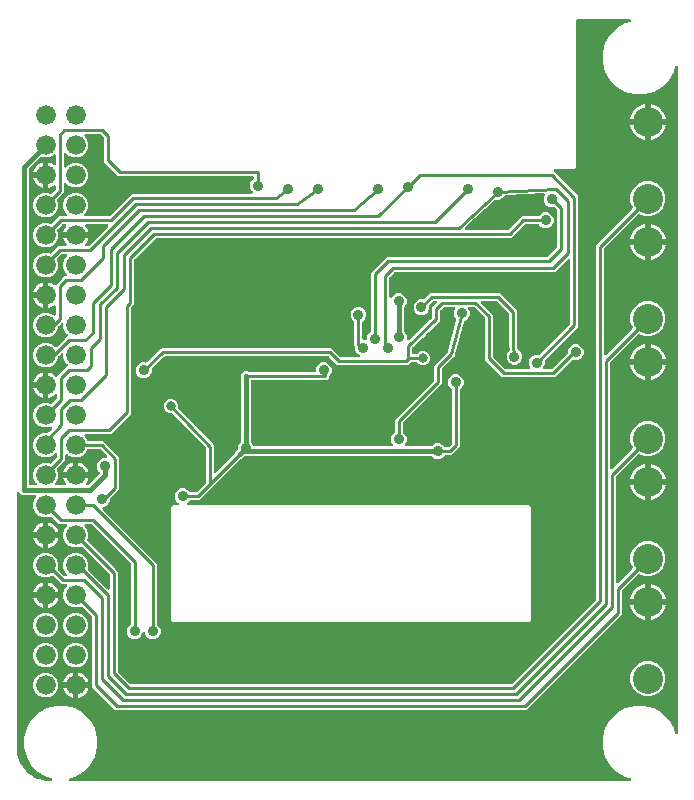
<source format=gbr>
G04 EAGLE Gerber RS-274X export*
G75*
%MOMM*%
%FSLAX34Y34*%
%LPD*%
%INBottom Copper*%
%IPPOS*%
%AMOC8*
5,1,8,0,0,1.08239X$1,22.5*%
G01*
%ADD10C,2.540000*%
%ADD11C,1.676400*%
%ADD12C,0.909319*%
%ADD13C,0.406400*%
%ADD14C,0.254000*%
%ADD15C,0.304800*%
%ADD16C,0.800100*%
%ADD17C,0.906400*%

G36*
X32021Y2800D02*
X32021Y2800D01*
X32174Y2817D01*
X32180Y2820D01*
X32187Y2821D01*
X32328Y2876D01*
X32471Y2931D01*
X32476Y2935D01*
X32482Y2938D01*
X32606Y3027D01*
X32730Y3115D01*
X32734Y3120D01*
X32740Y3124D01*
X32837Y3242D01*
X32935Y3358D01*
X32938Y3364D01*
X32943Y3369D01*
X33007Y3507D01*
X33074Y3644D01*
X33075Y3651D01*
X33078Y3657D01*
X33106Y3806D01*
X33137Y3956D01*
X33137Y3963D01*
X33138Y3969D01*
X33128Y4121D01*
X33121Y4274D01*
X33118Y4280D01*
X33118Y4287D01*
X33072Y4431D01*
X33026Y4577D01*
X33022Y4583D01*
X33020Y4589D01*
X32939Y4717D01*
X32858Y4848D01*
X32854Y4852D01*
X32850Y4858D01*
X32739Y4963D01*
X32629Y5068D01*
X32623Y5071D01*
X32618Y5076D01*
X32485Y5149D01*
X32352Y5225D01*
X32344Y5227D01*
X32340Y5230D01*
X32330Y5232D01*
X32200Y5276D01*
X28184Y6352D01*
X21115Y10433D01*
X15343Y16205D01*
X11262Y23274D01*
X9149Y31159D01*
X9149Y39321D01*
X11262Y47206D01*
X15343Y54275D01*
X21115Y60047D01*
X28184Y64128D01*
X36069Y66241D01*
X44231Y66241D01*
X52116Y64128D01*
X59185Y60047D01*
X64957Y54275D01*
X69038Y47206D01*
X71151Y39321D01*
X71151Y31159D01*
X69038Y23274D01*
X64957Y16205D01*
X59185Y10433D01*
X52116Y6352D01*
X48100Y5276D01*
X47959Y5218D01*
X47818Y5162D01*
X47812Y5158D01*
X47806Y5156D01*
X47683Y5065D01*
X47560Y4976D01*
X47556Y4970D01*
X47551Y4966D01*
X47454Y4848D01*
X47357Y4731D01*
X47355Y4724D01*
X47350Y4719D01*
X47287Y4581D01*
X47222Y4443D01*
X47221Y4436D01*
X47218Y4430D01*
X47191Y4280D01*
X47162Y4130D01*
X47163Y4124D01*
X47161Y4117D01*
X47173Y3964D01*
X47182Y3813D01*
X47184Y3807D01*
X47184Y3800D01*
X47233Y3655D01*
X47280Y3511D01*
X47284Y3505D01*
X47286Y3498D01*
X47369Y3369D01*
X47450Y3242D01*
X47455Y3237D01*
X47459Y3232D01*
X47572Y3128D01*
X47682Y3024D01*
X47688Y3021D01*
X47693Y3016D01*
X47828Y2943D01*
X47960Y2870D01*
X47967Y2869D01*
X47973Y2866D01*
X48121Y2829D01*
X48268Y2791D01*
X48277Y2790D01*
X48282Y2789D01*
X48292Y2789D01*
X48429Y2781D01*
X521871Y2781D01*
X522021Y2800D01*
X522174Y2817D01*
X522180Y2820D01*
X522187Y2821D01*
X522328Y2876D01*
X522471Y2931D01*
X522476Y2935D01*
X522482Y2938D01*
X522606Y3027D01*
X522730Y3115D01*
X522734Y3120D01*
X522740Y3124D01*
X522837Y3242D01*
X522935Y3358D01*
X522938Y3364D01*
X522943Y3369D01*
X523007Y3507D01*
X523074Y3644D01*
X523075Y3651D01*
X523078Y3657D01*
X523106Y3806D01*
X523137Y3956D01*
X523137Y3963D01*
X523138Y3969D01*
X523128Y4121D01*
X523121Y4274D01*
X523118Y4280D01*
X523118Y4287D01*
X523072Y4431D01*
X523026Y4577D01*
X523022Y4583D01*
X523020Y4589D01*
X522939Y4717D01*
X522858Y4848D01*
X522854Y4852D01*
X522850Y4858D01*
X522739Y4963D01*
X522629Y5068D01*
X522623Y5071D01*
X522618Y5076D01*
X522485Y5149D01*
X522352Y5225D01*
X522344Y5227D01*
X522340Y5230D01*
X522330Y5232D01*
X522200Y5276D01*
X518184Y6352D01*
X511115Y10433D01*
X505343Y16205D01*
X501262Y23274D01*
X499149Y31159D01*
X499149Y39321D01*
X501262Y47206D01*
X505343Y54275D01*
X511115Y60047D01*
X518184Y64128D01*
X526069Y66241D01*
X534231Y66241D01*
X542116Y64128D01*
X549185Y60047D01*
X554957Y54275D01*
X559038Y47206D01*
X560114Y43190D01*
X560172Y43049D01*
X560228Y42908D01*
X560232Y42902D01*
X560234Y42896D01*
X560326Y42772D01*
X560414Y42650D01*
X560420Y42646D01*
X560424Y42641D01*
X560542Y42545D01*
X560659Y42447D01*
X560666Y42445D01*
X560671Y42440D01*
X560809Y42377D01*
X560947Y42312D01*
X560954Y42311D01*
X560960Y42308D01*
X561110Y42281D01*
X561260Y42252D01*
X561266Y42253D01*
X561273Y42251D01*
X561426Y42263D01*
X561577Y42272D01*
X561583Y42274D01*
X561590Y42274D01*
X561735Y42323D01*
X561879Y42370D01*
X561885Y42374D01*
X561892Y42376D01*
X562019Y42459D01*
X562148Y42540D01*
X562153Y42545D01*
X562158Y42549D01*
X562262Y42662D01*
X562366Y42772D01*
X562369Y42778D01*
X562374Y42783D01*
X562447Y42918D01*
X562520Y43050D01*
X562521Y43057D01*
X562524Y43063D01*
X562561Y43211D01*
X562599Y43358D01*
X562600Y43367D01*
X562601Y43372D01*
X562601Y43382D01*
X562609Y43519D01*
X562609Y606961D01*
X562592Y607096D01*
X562587Y607181D01*
X562580Y607203D01*
X562573Y607264D01*
X562570Y607270D01*
X562569Y607277D01*
X562514Y607418D01*
X562491Y607476D01*
X562489Y607483D01*
X562488Y607485D01*
X562459Y607561D01*
X562455Y607566D01*
X562452Y607572D01*
X562363Y607696D01*
X562275Y607820D01*
X562270Y607824D01*
X562266Y607830D01*
X562148Y607927D01*
X562032Y608025D01*
X562026Y608028D01*
X562021Y608033D01*
X561883Y608097D01*
X561746Y608164D01*
X561739Y608165D01*
X561733Y608168D01*
X561584Y608196D01*
X561434Y608227D01*
X561427Y608227D01*
X561421Y608228D01*
X561269Y608218D01*
X561116Y608211D01*
X561110Y608208D01*
X561103Y608208D01*
X560959Y608162D01*
X560813Y608116D01*
X560807Y608112D01*
X560801Y608110D01*
X560673Y608029D01*
X560542Y607948D01*
X560538Y607944D01*
X560532Y607940D01*
X560427Y607829D01*
X560322Y607719D01*
X560319Y607713D01*
X560314Y607708D01*
X560275Y607638D01*
X560264Y607624D01*
X560242Y607578D01*
X560241Y607575D01*
X560165Y607442D01*
X560163Y607434D01*
X560160Y607430D01*
X560158Y607420D01*
X560133Y607347D01*
X560128Y607337D01*
X560127Y607327D01*
X560114Y607290D01*
X559038Y603274D01*
X554957Y596205D01*
X549185Y590433D01*
X542116Y586352D01*
X534231Y584239D01*
X526069Y584239D01*
X518184Y586352D01*
X511115Y590433D01*
X505343Y596205D01*
X501262Y603274D01*
X499149Y611159D01*
X499149Y619321D01*
X501262Y627206D01*
X505343Y634275D01*
X511115Y640047D01*
X518184Y644128D01*
X522200Y645204D01*
X522341Y645262D01*
X522482Y645318D01*
X522488Y645322D01*
X522494Y645324D01*
X522617Y645415D01*
X522740Y645504D01*
X522744Y645510D01*
X522749Y645514D01*
X522845Y645632D01*
X522943Y645749D01*
X522945Y645756D01*
X522950Y645761D01*
X523012Y645898D01*
X523078Y646037D01*
X523079Y646044D01*
X523082Y646050D01*
X523109Y646200D01*
X523138Y646350D01*
X523137Y646356D01*
X523139Y646363D01*
X523127Y646516D01*
X523118Y646667D01*
X523116Y646673D01*
X523116Y646680D01*
X523067Y646825D01*
X523020Y646969D01*
X523016Y646975D01*
X523014Y646982D01*
X522931Y647109D01*
X522850Y647238D01*
X522845Y647243D01*
X522841Y647248D01*
X522728Y647352D01*
X522618Y647456D01*
X522612Y647459D01*
X522607Y647464D01*
X522472Y647537D01*
X522340Y647610D01*
X522333Y647611D01*
X522327Y647614D01*
X522179Y647651D01*
X522032Y647689D01*
X522023Y647690D01*
X522018Y647691D01*
X522008Y647691D01*
X521871Y647699D01*
X477520Y647699D01*
X477402Y647684D01*
X477283Y647677D01*
X477245Y647664D01*
X477204Y647659D01*
X477094Y647616D01*
X476981Y647579D01*
X476946Y647557D01*
X476909Y647542D01*
X476813Y647473D01*
X476712Y647409D01*
X476684Y647379D01*
X476651Y647356D01*
X476575Y647264D01*
X476494Y647177D01*
X476474Y647142D01*
X476449Y647111D01*
X476398Y647003D01*
X476340Y646899D01*
X476330Y646859D01*
X476313Y646823D01*
X476291Y646706D01*
X476261Y646591D01*
X476257Y646531D01*
X476253Y646511D01*
X476255Y646490D01*
X476251Y646430D01*
X476251Y522188D01*
X474762Y520699D01*
X458586Y520699D01*
X458448Y520682D01*
X458309Y520669D01*
X458290Y520662D01*
X458270Y520659D01*
X458141Y520608D01*
X458010Y520561D01*
X457993Y520550D01*
X457975Y520542D01*
X457862Y520461D01*
X457747Y520383D01*
X457734Y520367D01*
X457717Y520356D01*
X457629Y520248D01*
X457536Y520144D01*
X457527Y520126D01*
X457514Y520111D01*
X457455Y519985D01*
X457392Y519861D01*
X457387Y519841D01*
X457379Y519823D01*
X457353Y519687D01*
X457322Y519551D01*
X457323Y519530D01*
X457319Y519511D01*
X457328Y519372D01*
X457332Y519233D01*
X457338Y519213D01*
X457339Y519193D01*
X457382Y519061D01*
X457420Y518927D01*
X457431Y518910D01*
X457437Y518891D01*
X457511Y518773D01*
X457582Y518653D01*
X457600Y518632D01*
X457607Y518622D01*
X457622Y518608D01*
X457688Y518533D01*
X475976Y500244D01*
X478283Y497938D01*
X478283Y387252D01*
X450181Y359150D01*
X450120Y359072D01*
X450053Y359000D01*
X450023Y358947D01*
X449986Y358899D01*
X449947Y358808D01*
X449899Y358721D01*
X449884Y358663D01*
X449860Y358607D01*
X449844Y358509D01*
X449820Y358413D01*
X449813Y358313D01*
X449810Y358293D01*
X449811Y358281D01*
X449809Y358253D01*
X449809Y355561D01*
X448764Y353038D01*
X448751Y352990D01*
X448730Y352945D01*
X448709Y352837D01*
X448680Y352731D01*
X448679Y352681D01*
X448670Y352632D01*
X448677Y352523D01*
X448675Y352413D01*
X448687Y352365D01*
X448690Y352315D01*
X448724Y352211D01*
X448749Y352104D01*
X448772Y352060D01*
X448788Y352013D01*
X448847Y351920D01*
X448898Y351823D01*
X448931Y351786D01*
X448958Y351744D01*
X449038Y351669D01*
X449112Y351587D01*
X449153Y351560D01*
X449190Y351526D01*
X449286Y351473D01*
X449378Y351413D01*
X449425Y351396D01*
X449468Y351372D01*
X449574Y351345D01*
X449678Y351309D01*
X449728Y351305D01*
X449776Y351293D01*
X449937Y351283D01*
X455306Y351283D01*
X455404Y351295D01*
X455503Y351298D01*
X455562Y351315D01*
X455622Y351323D01*
X455714Y351359D01*
X455809Y351387D01*
X455861Y351417D01*
X455917Y351440D01*
X455997Y351498D01*
X456083Y351548D01*
X456158Y351614D01*
X456175Y351626D01*
X456183Y351636D01*
X456204Y351654D01*
X469299Y364750D01*
X469360Y364828D01*
X469427Y364900D01*
X469457Y364953D01*
X469494Y365001D01*
X469533Y365092D01*
X469581Y365179D01*
X469596Y365237D01*
X469620Y365293D01*
X469636Y365391D01*
X469660Y365487D01*
X469667Y365587D01*
X469670Y365607D01*
X469669Y365619D01*
X469671Y365647D01*
X469671Y367069D01*
X470672Y369487D01*
X472523Y371338D01*
X474941Y372339D01*
X477559Y372339D01*
X479977Y371338D01*
X481828Y369487D01*
X482829Y367069D01*
X482829Y364451D01*
X481828Y362033D01*
X479977Y360182D01*
X477559Y359181D01*
X474941Y359181D01*
X474403Y359404D01*
X474374Y359412D01*
X474348Y359425D01*
X474221Y359453D01*
X474096Y359488D01*
X474066Y359488D01*
X474038Y359495D01*
X473908Y359491D01*
X473778Y359493D01*
X473749Y359486D01*
X473720Y359485D01*
X473595Y359449D01*
X473469Y359419D01*
X473443Y359405D01*
X473414Y359397D01*
X473303Y359331D01*
X473188Y359270D01*
X473166Y359250D01*
X473140Y359235D01*
X473019Y359129D01*
X460874Y346984D01*
X458568Y344677D01*
X413922Y344677D01*
X399287Y359312D01*
X399287Y394346D01*
X399275Y394444D01*
X399272Y394543D01*
X399255Y394602D01*
X399247Y394662D01*
X399211Y394754D01*
X399183Y394849D01*
X399153Y394901D01*
X399130Y394957D01*
X399072Y395037D01*
X399022Y395123D01*
X398956Y395198D01*
X398944Y395215D01*
X398934Y395223D01*
X398916Y395244D01*
X390164Y403996D01*
X390085Y404056D01*
X390013Y404124D01*
X389960Y404153D01*
X389912Y404190D01*
X389821Y404230D01*
X389735Y404278D01*
X389676Y404293D01*
X389621Y404317D01*
X389523Y404332D01*
X389427Y404357D01*
X389327Y404363D01*
X389306Y404367D01*
X389294Y404365D01*
X389266Y404367D01*
X386437Y404367D01*
X386387Y404361D01*
X386338Y404363D01*
X386230Y404341D01*
X386121Y404327D01*
X386075Y404309D01*
X386026Y404299D01*
X385928Y404251D01*
X385825Y404210D01*
X385785Y404181D01*
X385741Y404159D01*
X385657Y404088D01*
X385568Y404024D01*
X385536Y403985D01*
X385499Y403953D01*
X385435Y403863D01*
X385365Y403779D01*
X385344Y403734D01*
X385315Y403693D01*
X385277Y403590D01*
X385230Y403491D01*
X385220Y403442D01*
X385203Y403396D01*
X385191Y403286D01*
X385170Y403179D01*
X385173Y403129D01*
X385168Y403080D01*
X385183Y402971D01*
X385190Y402861D01*
X385205Y402814D01*
X385212Y402765D01*
X385264Y402612D01*
X386309Y400089D01*
X386309Y397471D01*
X385308Y395053D01*
X383457Y393202D01*
X382068Y392627D01*
X382044Y392613D01*
X382017Y392605D01*
X381906Y392535D01*
X381792Y392470D01*
X381772Y392450D01*
X381748Y392435D01*
X381658Y392340D01*
X381564Y392248D01*
X381549Y392224D01*
X381530Y392204D01*
X381466Y392089D01*
X381397Y391977D01*
X381389Y391950D01*
X381376Y391926D01*
X381325Y391773D01*
X374183Y364226D01*
X374173Y364146D01*
X374153Y364068D01*
X374143Y363913D01*
X374143Y363910D01*
X374143Y363909D01*
X374143Y363907D01*
X374143Y363122D01*
X374056Y363035D01*
X373996Y362958D01*
X373929Y362887D01*
X373899Y362833D01*
X373861Y362784D01*
X373822Y362694D01*
X373775Y362609D01*
X373742Y362510D01*
X373734Y362492D01*
X373733Y362480D01*
X373725Y362456D01*
X373694Y362337D01*
X373017Y361939D01*
X372953Y361890D01*
X372884Y361849D01*
X372768Y361746D01*
X372765Y361745D01*
X372765Y361744D01*
X372763Y361742D01*
X363084Y352064D01*
X363024Y351985D01*
X362956Y351913D01*
X362927Y351860D01*
X362890Y351812D01*
X362850Y351721D01*
X362802Y351635D01*
X362787Y351576D01*
X362763Y351521D01*
X362748Y351423D01*
X362723Y351327D01*
X362717Y351227D01*
X362713Y351206D01*
X362715Y351194D01*
X362713Y351166D01*
X362713Y338992D01*
X330064Y306344D01*
X330004Y306265D01*
X329936Y306193D01*
X329907Y306140D01*
X329870Y306092D01*
X329830Y306001D01*
X329782Y305915D01*
X329767Y305856D01*
X329743Y305801D01*
X329728Y305703D01*
X329703Y305607D01*
X329697Y305507D01*
X329693Y305486D01*
X329695Y305474D01*
X329693Y305446D01*
X329693Y298628D01*
X329705Y298529D01*
X329708Y298430D01*
X329725Y298372D01*
X329733Y298312D01*
X329769Y298220D01*
X329797Y298125D01*
X329827Y298073D01*
X329850Y298016D01*
X329908Y297936D01*
X329958Y297851D01*
X330024Y297776D01*
X330036Y297759D01*
X330046Y297751D01*
X330064Y297730D01*
X331968Y295827D01*
X332969Y293409D01*
X332969Y290791D01*
X331968Y288373D01*
X331766Y288172D01*
X331681Y288062D01*
X331592Y287955D01*
X331584Y287936D01*
X331571Y287920D01*
X331516Y287793D01*
X331457Y287667D01*
X331453Y287647D01*
X331445Y287628D01*
X331423Y287491D01*
X331397Y287354D01*
X331398Y287334D01*
X331395Y287314D01*
X331408Y287176D01*
X331417Y287037D01*
X331423Y287018D01*
X331425Y286998D01*
X331472Y286866D01*
X331515Y286735D01*
X331525Y286718D01*
X331532Y286698D01*
X331611Y286583D01*
X331685Y286466D01*
X331700Y286452D01*
X331711Y286435D01*
X331815Y286343D01*
X331916Y286248D01*
X331934Y286238D01*
X331949Y286225D01*
X332073Y286161D01*
X332195Y286094D01*
X332214Y286089D01*
X332233Y286080D01*
X332369Y286050D01*
X332503Y286015D01*
X332531Y286013D01*
X332543Y286010D01*
X332563Y286011D01*
X332664Y286005D01*
X353644Y286005D01*
X353743Y286017D01*
X353842Y286020D01*
X353900Y286037D01*
X353960Y286045D01*
X354052Y286081D01*
X354147Y286109D01*
X354199Y286139D01*
X354256Y286162D01*
X354336Y286220D01*
X354421Y286270D01*
X354496Y286336D01*
X354513Y286348D01*
X354521Y286358D01*
X354542Y286376D01*
X355683Y287518D01*
X358101Y288519D01*
X360719Y288519D01*
X363137Y287518D01*
X365040Y285614D01*
X365118Y285554D01*
X365190Y285486D01*
X365243Y285457D01*
X365291Y285420D01*
X365382Y285380D01*
X365469Y285332D01*
X365528Y285317D01*
X365583Y285293D01*
X365681Y285278D01*
X365777Y285253D01*
X365877Y285247D01*
X365897Y285243D01*
X365910Y285245D01*
X365938Y285243D01*
X367676Y285243D01*
X367774Y285255D01*
X367873Y285258D01*
X367932Y285275D01*
X367992Y285283D01*
X368084Y285319D01*
X368179Y285347D01*
X368231Y285377D01*
X368287Y285400D01*
X368367Y285458D01*
X368453Y285508D01*
X368528Y285574D01*
X368545Y285586D01*
X368553Y285596D01*
X368574Y285614D01*
X370976Y288016D01*
X371036Y288095D01*
X371104Y288167D01*
X371133Y288220D01*
X371170Y288268D01*
X371210Y288359D01*
X371258Y288445D01*
X371273Y288504D01*
X371297Y288559D01*
X371312Y288657D01*
X371337Y288753D01*
X371343Y288853D01*
X371347Y288874D01*
X371345Y288886D01*
X371347Y288914D01*
X371347Y333832D01*
X371335Y333931D01*
X371332Y334030D01*
X371315Y334088D01*
X371307Y334148D01*
X371271Y334240D01*
X371243Y334335D01*
X371213Y334387D01*
X371190Y334444D01*
X371132Y334524D01*
X371082Y334609D01*
X371016Y334684D01*
X371004Y334701D01*
X370994Y334709D01*
X370976Y334730D01*
X369072Y336633D01*
X368071Y339051D01*
X368071Y341669D01*
X369072Y344087D01*
X370923Y345938D01*
X373341Y346939D01*
X375959Y346939D01*
X378377Y345938D01*
X380228Y344087D01*
X381229Y341669D01*
X381229Y339051D01*
X380228Y336633D01*
X378324Y334730D01*
X378264Y334652D01*
X378196Y334580D01*
X378167Y334527D01*
X378130Y334479D01*
X378090Y334388D01*
X378042Y334301D01*
X378027Y334242D01*
X378003Y334187D01*
X377988Y334089D01*
X377963Y333993D01*
X377957Y333893D01*
X377953Y333873D01*
X377955Y333860D01*
X377953Y333832D01*
X377953Y285652D01*
X370938Y278637D01*
X365938Y278637D01*
X365839Y278625D01*
X365740Y278622D01*
X365682Y278605D01*
X365622Y278597D01*
X365530Y278561D01*
X365435Y278533D01*
X365383Y278503D01*
X365326Y278480D01*
X365246Y278422D01*
X365161Y278372D01*
X365086Y278306D01*
X365069Y278294D01*
X365061Y278284D01*
X365040Y278266D01*
X363137Y276362D01*
X360719Y275361D01*
X358101Y275361D01*
X355683Y276362D01*
X354542Y277504D01*
X354464Y277564D01*
X354392Y277632D01*
X354339Y277661D01*
X354291Y277698D01*
X354200Y277738D01*
X354113Y277786D01*
X354054Y277801D01*
X353999Y277825D01*
X353901Y277840D01*
X353805Y277865D01*
X353705Y277871D01*
X353685Y277875D01*
X353672Y277873D01*
X353644Y277875D01*
X196519Y277875D01*
X196421Y277863D01*
X196322Y277860D01*
X196264Y277843D01*
X196204Y277835D01*
X196112Y277799D01*
X196017Y277771D01*
X195965Y277741D01*
X195908Y277718D01*
X195828Y277660D01*
X195743Y277610D01*
X195667Y277544D01*
X195651Y277532D01*
X195643Y277522D01*
X195622Y277504D01*
X193454Y275335D01*
X192902Y275335D01*
X192804Y275323D01*
X192705Y275320D01*
X192646Y275303D01*
X192586Y275295D01*
X192494Y275259D01*
X192399Y275231D01*
X192347Y275201D01*
X192291Y275178D01*
X192211Y275120D01*
X192125Y275070D01*
X192050Y275004D01*
X192033Y274992D01*
X192025Y274982D01*
X192004Y274964D01*
X157578Y240537D01*
X150038Y240537D01*
X149939Y240525D01*
X149840Y240522D01*
X149782Y240505D01*
X149722Y240497D01*
X149630Y240461D01*
X149535Y240433D01*
X149483Y240403D01*
X149426Y240380D01*
X149346Y240322D01*
X149261Y240272D01*
X149186Y240206D01*
X149169Y240194D01*
X149161Y240184D01*
X149140Y240166D01*
X147362Y238387D01*
X147277Y238278D01*
X147188Y238171D01*
X147180Y238152D01*
X147167Y238136D01*
X147112Y238008D01*
X147053Y237883D01*
X147049Y237863D01*
X147041Y237844D01*
X147019Y237706D01*
X146993Y237570D01*
X146994Y237550D01*
X146991Y237530D01*
X147004Y237391D01*
X147013Y237253D01*
X147019Y237234D01*
X147021Y237214D01*
X147068Y237082D01*
X147111Y236951D01*
X147121Y236933D01*
X147128Y236914D01*
X147206Y236799D01*
X147281Y236682D01*
X147296Y236668D01*
X147307Y236651D01*
X147411Y236559D01*
X147512Y236464D01*
X147530Y236454D01*
X147545Y236441D01*
X147669Y236377D01*
X147791Y236310D01*
X147810Y236305D01*
X147829Y236296D01*
X147964Y236266D01*
X148099Y236231D01*
X148127Y236229D01*
X148139Y236226D01*
X148159Y236227D01*
X148260Y236221D01*
X436662Y236221D01*
X438151Y234732D01*
X438151Y138648D01*
X436662Y137159D01*
X134838Y137159D01*
X133349Y138648D01*
X133349Y234732D01*
X134838Y236221D01*
X138760Y236221D01*
X138898Y236238D01*
X139037Y236251D01*
X139056Y236258D01*
X139076Y236261D01*
X139205Y236312D01*
X139336Y236359D01*
X139353Y236370D01*
X139372Y236378D01*
X139484Y236459D01*
X139599Y236537D01*
X139613Y236553D01*
X139629Y236564D01*
X139718Y236672D01*
X139810Y236776D01*
X139819Y236794D01*
X139832Y236809D01*
X139891Y236935D01*
X139954Y237059D01*
X139959Y237079D01*
X139967Y237097D01*
X139993Y237234D01*
X140024Y237369D01*
X140023Y237390D01*
X140027Y237409D01*
X140019Y237548D01*
X140014Y237687D01*
X140009Y237707D01*
X140007Y237727D01*
X139965Y237859D01*
X139926Y237993D01*
X139916Y238010D01*
X139909Y238029D01*
X139835Y238147D01*
X139764Y238267D01*
X139746Y238288D01*
X139739Y238298D01*
X139724Y238312D01*
X139658Y238387D01*
X137932Y240113D01*
X136931Y242531D01*
X136931Y245149D01*
X137932Y247567D01*
X139783Y249418D01*
X142201Y250419D01*
X144819Y250419D01*
X147237Y249418D01*
X149140Y247514D01*
X149218Y247454D01*
X149290Y247386D01*
X149343Y247357D01*
X149391Y247320D01*
X149482Y247280D01*
X149569Y247232D01*
X149628Y247217D01*
X149683Y247193D01*
X149781Y247178D01*
X149877Y247153D01*
X149977Y247147D01*
X149997Y247143D01*
X150010Y247145D01*
X150038Y247143D01*
X154316Y247143D01*
X154414Y247155D01*
X154513Y247158D01*
X154572Y247175D01*
X154632Y247183D01*
X154724Y247219D01*
X154819Y247247D01*
X154871Y247277D01*
X154927Y247300D01*
X155007Y247358D01*
X155093Y247408D01*
X155168Y247474D01*
X155185Y247486D01*
X155193Y247496D01*
X155214Y247514D01*
X162696Y254996D01*
X162756Y255075D01*
X162824Y255147D01*
X162853Y255200D01*
X162890Y255248D01*
X162930Y255339D01*
X162978Y255425D01*
X162993Y255484D01*
X163017Y255539D01*
X163032Y255637D01*
X163057Y255733D01*
X163063Y255833D01*
X163067Y255854D01*
X163065Y255866D01*
X163067Y255894D01*
X163067Y283907D01*
X163056Y283993D01*
X163055Y284080D01*
X163037Y284150D01*
X163027Y284222D01*
X162995Y284303D01*
X162973Y284387D01*
X162937Y284450D01*
X162910Y284518D01*
X162859Y284588D01*
X162816Y284664D01*
X162731Y284765D01*
X162724Y284775D01*
X162719Y284778D01*
X162712Y284787D01*
X134949Y313618D01*
X134863Y313688D01*
X134782Y313764D01*
X134739Y313787D01*
X134702Y313818D01*
X134601Y313864D01*
X134503Y313917D01*
X134456Y313929D01*
X134412Y313949D01*
X134303Y313969D01*
X134196Y313997D01*
X134121Y314001D01*
X134099Y314005D01*
X134081Y314004D01*
X134035Y314007D01*
X132150Y314007D01*
X129932Y314925D01*
X128235Y316622D01*
X127317Y318840D01*
X127317Y321240D01*
X128235Y323458D01*
X129932Y325155D01*
X132150Y326073D01*
X134550Y326073D01*
X136768Y325155D01*
X138465Y323458D01*
X139383Y321240D01*
X139383Y319048D01*
X139394Y318962D01*
X139395Y318874D01*
X139414Y318804D01*
X139423Y318732D01*
X139455Y318651D01*
X139478Y318567D01*
X139513Y318504D01*
X139540Y318437D01*
X139591Y318366D01*
X139634Y318290D01*
X139720Y318189D01*
X139727Y318179D01*
X139731Y318176D01*
X139738Y318168D01*
X168719Y288072D01*
X168725Y288068D01*
X168736Y288055D01*
X169699Y287092D01*
X169673Y285731D01*
X169674Y285723D01*
X169673Y285707D01*
X169673Y265038D01*
X169690Y264900D01*
X169703Y264761D01*
X169710Y264742D01*
X169713Y264722D01*
X169764Y264593D01*
X169811Y264462D01*
X169822Y264445D01*
X169830Y264427D01*
X169911Y264314D01*
X169989Y264199D01*
X170005Y264186D01*
X170016Y264169D01*
X170124Y264081D01*
X170228Y263988D01*
X170246Y263979D01*
X170261Y263966D01*
X170387Y263907D01*
X170511Y263844D01*
X170531Y263839D01*
X170549Y263831D01*
X170685Y263805D01*
X170821Y263774D01*
X170842Y263775D01*
X170861Y263771D01*
X171000Y263780D01*
X171139Y263784D01*
X171159Y263790D01*
X171179Y263791D01*
X171311Y263834D01*
X171445Y263872D01*
X171462Y263883D01*
X171481Y263889D01*
X171599Y263963D01*
X171719Y264034D01*
X171740Y264052D01*
X171750Y264059D01*
X171764Y264074D01*
X171839Y264140D01*
X187334Y279634D01*
X187394Y279713D01*
X187462Y279785D01*
X187491Y279838D01*
X187528Y279886D01*
X187568Y279977D01*
X187616Y280063D01*
X187631Y280122D01*
X187655Y280177D01*
X187670Y280275D01*
X187695Y280371D01*
X187701Y280471D01*
X187705Y280492D01*
X187703Y280504D01*
X187705Y280532D01*
X187705Y281084D01*
X189874Y283252D01*
X189898Y283277D01*
X189959Y283355D01*
X190027Y283428D01*
X190057Y283480D01*
X190093Y283528D01*
X190133Y283619D01*
X190181Y283706D01*
X190196Y283764D01*
X190220Y283820D01*
X190236Y283918D01*
X190260Y284014D01*
X190267Y284113D01*
X190270Y284134D01*
X190269Y284146D01*
X190271Y284175D01*
X190271Y285789D01*
X191272Y288207D01*
X192414Y289348D01*
X192474Y289426D01*
X192542Y289498D01*
X192571Y289551D01*
X192608Y289599D01*
X192648Y289690D01*
X192696Y289777D01*
X192711Y289836D01*
X192735Y289891D01*
X192750Y289989D01*
X192775Y290085D01*
X192781Y290185D01*
X192785Y290205D01*
X192783Y290218D01*
X192785Y290246D01*
X192785Y347124D01*
X195166Y349505D01*
X198534Y349505D01*
X198924Y349114D01*
X199002Y349054D01*
X199074Y348986D01*
X199127Y348957D01*
X199175Y348920D01*
X199266Y348880D01*
X199353Y348832D01*
X199411Y348817D01*
X199467Y348793D01*
X199565Y348778D01*
X199661Y348753D01*
X199761Y348747D01*
X199781Y348743D01*
X199793Y348745D01*
X199821Y348743D01*
X255056Y348743D01*
X255174Y348758D01*
X255293Y348765D01*
X255331Y348778D01*
X255372Y348783D01*
X255482Y348826D01*
X255595Y348863D01*
X255630Y348885D01*
X255667Y348900D01*
X255763Y348969D01*
X255864Y349033D01*
X255892Y349063D01*
X255925Y349086D01*
X256001Y349178D01*
X256082Y349265D01*
X256102Y349300D01*
X256127Y349331D01*
X256178Y349439D01*
X256236Y349543D01*
X256246Y349583D01*
X256263Y349619D01*
X256285Y349736D01*
X256315Y349851D01*
X256319Y349911D01*
X256323Y349931D01*
X256321Y349952D01*
X256325Y350012D01*
X256325Y351826D01*
X257325Y354239D01*
X259171Y356085D01*
X261584Y357085D01*
X264196Y357085D01*
X266609Y356085D01*
X268455Y354239D01*
X269455Y351826D01*
X269455Y349214D01*
X268455Y346801D01*
X267978Y346325D01*
X267920Y346249D01*
X267855Y346181D01*
X267823Y346124D01*
X267784Y346073D01*
X267746Y345986D01*
X267699Y345903D01*
X267683Y345841D01*
X267657Y345781D01*
X267642Y345687D01*
X267618Y345596D01*
X267617Y345531D01*
X267607Y345467D01*
X267616Y345373D01*
X267616Y345277D01*
X267635Y345169D01*
X267637Y345151D01*
X267641Y345141D01*
X267645Y345119D01*
X267696Y344914D01*
X267644Y344827D01*
X267602Y344732D01*
X267552Y344642D01*
X267538Y344587D01*
X267515Y344536D01*
X267499Y344434D01*
X267473Y344334D01*
X267467Y344243D01*
X267464Y344222D01*
X267465Y344208D01*
X267463Y344174D01*
X267463Y344072D01*
X266893Y343503D01*
X266847Y343443D01*
X266794Y343391D01*
X266702Y343258D01*
X266288Y342568D01*
X266190Y342543D01*
X266093Y342506D01*
X265995Y342477D01*
X265946Y342448D01*
X265893Y342428D01*
X265810Y342368D01*
X265721Y342316D01*
X265652Y342255D01*
X265635Y342243D01*
X265626Y342232D01*
X265600Y342209D01*
X265528Y342137D01*
X264723Y342137D01*
X264648Y342128D01*
X264573Y342128D01*
X264415Y342099D01*
X263634Y341904D01*
X263547Y341956D01*
X263452Y341998D01*
X263362Y342048D01*
X263307Y342062D01*
X263256Y342085D01*
X263154Y342101D01*
X263054Y342127D01*
X262963Y342133D01*
X262942Y342136D01*
X262928Y342135D01*
X262894Y342137D01*
X202184Y342137D01*
X202066Y342122D01*
X201947Y342115D01*
X201909Y342102D01*
X201868Y342097D01*
X201758Y342054D01*
X201645Y342017D01*
X201610Y341995D01*
X201573Y341980D01*
X201477Y341911D01*
X201376Y341847D01*
X201348Y341817D01*
X201315Y341794D01*
X201239Y341702D01*
X201158Y341615D01*
X201138Y341580D01*
X201113Y341549D01*
X201062Y341441D01*
X201004Y341337D01*
X200994Y341297D01*
X200977Y341261D01*
X200955Y341144D01*
X200925Y341029D01*
X200921Y340969D01*
X200917Y340949D01*
X200919Y340928D01*
X200915Y340868D01*
X200915Y290246D01*
X200927Y290147D01*
X200930Y290048D01*
X200947Y289990D01*
X200955Y289930D01*
X200991Y289838D01*
X201019Y289743D01*
X201049Y289691D01*
X201072Y289634D01*
X201130Y289554D01*
X201180Y289469D01*
X201246Y289394D01*
X201258Y289377D01*
X201268Y289369D01*
X201286Y289348D01*
X202428Y288207D01*
X203015Y286788D01*
X203030Y286763D01*
X203039Y286735D01*
X203108Y286625D01*
X203173Y286512D01*
X203193Y286491D01*
X203209Y286466D01*
X203304Y286377D01*
X203394Y286284D01*
X203419Y286268D01*
X203441Y286248D01*
X203555Y286185D01*
X203665Y286117D01*
X203693Y286109D01*
X203719Y286094D01*
X203845Y286062D01*
X203969Y286024D01*
X203999Y286022D01*
X204027Y286015D01*
X204188Y286005D01*
X320116Y286005D01*
X320254Y286022D01*
X320393Y286035D01*
X320412Y286042D01*
X320432Y286045D01*
X320561Y286096D01*
X320692Y286143D01*
X320709Y286154D01*
X320728Y286162D01*
X320840Y286243D01*
X320955Y286321D01*
X320969Y286337D01*
X320985Y286348D01*
X321074Y286456D01*
X321166Y286560D01*
X321175Y286578D01*
X321188Y286593D01*
X321247Y286719D01*
X321310Y286843D01*
X321315Y286863D01*
X321323Y286881D01*
X321349Y287017D01*
X321380Y287153D01*
X321379Y287174D01*
X321383Y287193D01*
X321375Y287332D01*
X321370Y287471D01*
X321365Y287491D01*
X321363Y287511D01*
X321321Y287643D01*
X321282Y287777D01*
X321272Y287794D01*
X321265Y287813D01*
X321191Y287930D01*
X321120Y288051D01*
X321102Y288072D01*
X321095Y288082D01*
X321080Y288096D01*
X321014Y288172D01*
X320812Y288373D01*
X319811Y290791D01*
X319811Y293409D01*
X320812Y295827D01*
X322716Y297730D01*
X322776Y297808D01*
X322844Y297880D01*
X322873Y297933D01*
X322910Y297981D01*
X322950Y298072D01*
X322998Y298159D01*
X323013Y298218D01*
X323037Y298273D01*
X323052Y298371D01*
X323077Y298467D01*
X323083Y298567D01*
X323087Y298587D01*
X323085Y298600D01*
X323087Y298628D01*
X323087Y308708D01*
X355736Y341356D01*
X355796Y341435D01*
X355864Y341507D01*
X355893Y341560D01*
X355930Y341608D01*
X355970Y341699D01*
X356018Y341785D01*
X356033Y341844D01*
X356057Y341899D01*
X356072Y341997D01*
X356097Y342093D01*
X356103Y342193D01*
X356107Y342214D01*
X356105Y342226D01*
X356107Y342254D01*
X356107Y354428D01*
X367624Y365945D01*
X367684Y366022D01*
X367751Y366093D01*
X367781Y366147D01*
X367819Y366196D01*
X367858Y366286D01*
X367905Y366371D01*
X367938Y366470D01*
X367946Y366488D01*
X367947Y366500D01*
X367955Y366524D01*
X374923Y393398D01*
X374936Y393498D01*
X374958Y393596D01*
X374957Y393618D01*
X374959Y393629D01*
X374957Y393664D01*
X374963Y393713D01*
X374951Y393813D01*
X374948Y393914D01*
X374940Y393942D01*
X374939Y393947D01*
X374931Y393971D01*
X374924Y394029D01*
X374887Y394123D01*
X374860Y394219D01*
X374830Y394270D01*
X374808Y394325D01*
X374749Y394406D01*
X374698Y394493D01*
X374634Y394566D01*
X374622Y394583D01*
X374612Y394591D01*
X374592Y394614D01*
X374152Y395053D01*
X373151Y397471D01*
X373151Y400089D01*
X374196Y402612D01*
X374209Y402660D01*
X374230Y402705D01*
X374251Y402813D01*
X374280Y402919D01*
X374281Y402969D01*
X374290Y403018D01*
X374283Y403127D01*
X374285Y403237D01*
X374273Y403285D01*
X374270Y403335D01*
X374236Y403439D01*
X374211Y403546D01*
X374188Y403590D01*
X374172Y403637D01*
X374113Y403730D01*
X374062Y403827D01*
X374029Y403864D01*
X374002Y403906D01*
X373922Y403981D01*
X373848Y404063D01*
X373807Y404090D01*
X373770Y404124D01*
X373674Y404177D01*
X373582Y404237D01*
X373535Y404254D01*
X373492Y404278D01*
X373386Y404305D01*
X373282Y404341D01*
X373232Y404345D01*
X373184Y404357D01*
X373023Y404367D01*
X365114Y404367D01*
X365016Y404355D01*
X364917Y404352D01*
X364858Y404335D01*
X364798Y404327D01*
X364706Y404291D01*
X364611Y404263D01*
X364559Y404233D01*
X364503Y404210D01*
X364423Y404152D01*
X364337Y404102D01*
X364262Y404036D01*
X364245Y404024D01*
X364237Y404014D01*
X364216Y403996D01*
X361814Y401594D01*
X361754Y401515D01*
X361686Y401443D01*
X361657Y401390D01*
X361620Y401342D01*
X361580Y401251D01*
X361532Y401165D01*
X361517Y401106D01*
X361493Y401051D01*
X361478Y400953D01*
X361453Y400857D01*
X361447Y400757D01*
X361443Y400736D01*
X361445Y400724D01*
X361443Y400696D01*
X361443Y395522D01*
X361453Y395441D01*
X361453Y395359D01*
X361473Y395283D01*
X361483Y395206D01*
X361485Y395201D01*
X361443Y393673D01*
X361444Y393662D01*
X361443Y393638D01*
X361443Y392279D01*
X360457Y391345D01*
X360450Y391337D01*
X360432Y391321D01*
X359352Y390241D01*
X359351Y390240D01*
X359284Y390192D01*
X359213Y390153D01*
X359098Y390057D01*
X359093Y390054D01*
X359092Y390052D01*
X359089Y390049D01*
X358571Y389558D01*
X358570Y389558D01*
X355891Y387020D01*
X354551Y385751D01*
X354551Y385750D01*
X353212Y384481D01*
X353211Y384481D01*
X351872Y383212D01*
X350532Y381943D01*
X349192Y380674D01*
X349192Y380673D01*
X346513Y378135D01*
X346512Y378135D01*
X343833Y375597D01*
X343833Y375596D01*
X342493Y374327D01*
X341154Y373058D01*
X341153Y373058D01*
X339814Y371789D01*
X338474Y370520D01*
X338474Y370519D01*
X337709Y369795D01*
X337636Y369705D01*
X337556Y369621D01*
X337535Y369583D01*
X337507Y369549D01*
X337458Y369444D01*
X337402Y369342D01*
X337392Y369300D01*
X337373Y369261D01*
X337352Y369147D01*
X337323Y369034D01*
X337319Y368969D01*
X337315Y368948D01*
X337316Y368928D01*
X337313Y368873D01*
X337313Y365252D01*
X337328Y365134D01*
X337335Y365015D01*
X337348Y364977D01*
X337353Y364936D01*
X337396Y364826D01*
X337433Y364713D01*
X337455Y364678D01*
X337470Y364641D01*
X337539Y364545D01*
X337603Y364444D01*
X337633Y364416D01*
X337656Y364383D01*
X337748Y364307D01*
X337835Y364226D01*
X337870Y364206D01*
X337901Y364181D01*
X338009Y364130D01*
X338113Y364072D01*
X338153Y364062D01*
X338189Y364045D01*
X338306Y364023D01*
X338421Y363993D01*
X338481Y363989D01*
X338501Y363985D01*
X338522Y363987D01*
X338582Y363983D01*
X340955Y363983D01*
X341053Y363995D01*
X341152Y363998D01*
X341210Y364015D01*
X341270Y364023D01*
X341362Y364059D01*
X341457Y364087D01*
X341510Y364117D01*
X341566Y364140D01*
X341646Y364198D01*
X341731Y364248D01*
X341807Y364314D01*
X341823Y364326D01*
X341831Y364336D01*
X341852Y364354D01*
X343292Y365795D01*
X345510Y366713D01*
X347910Y366713D01*
X350128Y365795D01*
X351825Y364098D01*
X352743Y361880D01*
X352743Y359480D01*
X351825Y357262D01*
X350128Y355565D01*
X347910Y354647D01*
X345510Y354647D01*
X343292Y355565D01*
X341852Y357006D01*
X341774Y357066D01*
X341702Y357134D01*
X341649Y357163D01*
X341601Y357200D01*
X341510Y357240D01*
X341423Y357288D01*
X341365Y357303D01*
X341309Y357327D01*
X341211Y357342D01*
X341115Y357367D01*
X341015Y357373D01*
X340995Y357377D01*
X340983Y357375D01*
X340955Y357377D01*
X337174Y357377D01*
X337076Y357365D01*
X336977Y357362D01*
X336918Y357345D01*
X336858Y357337D01*
X336766Y357301D01*
X336671Y357273D01*
X336619Y357243D01*
X336563Y357220D01*
X336483Y357162D01*
X336397Y357112D01*
X336322Y357046D01*
X336305Y357034D01*
X336297Y357024D01*
X336276Y357006D01*
X334108Y354837D01*
X274222Y354837D01*
X266974Y362086D01*
X266895Y362146D01*
X266823Y362214D01*
X266770Y362243D01*
X266722Y362280D01*
X266631Y362320D01*
X266545Y362368D01*
X266486Y362383D01*
X266431Y362407D01*
X266333Y362422D01*
X266237Y362447D01*
X266137Y362453D01*
X266116Y362457D01*
X266104Y362455D01*
X266076Y362457D01*
X128788Y362457D01*
X128714Y362448D01*
X128641Y362449D01*
X128557Y362428D01*
X128472Y362417D01*
X128403Y362390D01*
X128332Y362373D01*
X128256Y362332D01*
X128176Y362300D01*
X128117Y362257D01*
X128052Y362222D01*
X127927Y362121D01*
X117478Y352475D01*
X117398Y352380D01*
X117313Y352290D01*
X117296Y352259D01*
X117273Y352232D01*
X117219Y352120D01*
X117159Y352011D01*
X117150Y351977D01*
X117135Y351946D01*
X117111Y351824D01*
X117080Y351703D01*
X117076Y351652D01*
X117073Y351634D01*
X117074Y351612D01*
X117069Y351543D01*
X117069Y349211D01*
X116068Y346793D01*
X114217Y344942D01*
X111799Y343941D01*
X109181Y343941D01*
X106763Y344942D01*
X104912Y346793D01*
X103911Y349211D01*
X103911Y351829D01*
X104912Y354247D01*
X106763Y356098D01*
X109181Y357099D01*
X111847Y357099D01*
X111859Y357096D01*
X112011Y357055D01*
X112015Y357055D01*
X112019Y357053D01*
X112173Y357052D01*
X112329Y357050D01*
X112333Y357050D01*
X112337Y357050D01*
X112486Y357087D01*
X112638Y357124D01*
X112642Y357126D01*
X112646Y357127D01*
X112782Y357200D01*
X112919Y357272D01*
X112922Y357275D01*
X112926Y357277D01*
X113051Y357378D01*
X124693Y368125D01*
X124702Y368136D01*
X124729Y368160D01*
X125687Y369118D01*
X127041Y369064D01*
X127055Y369065D01*
X127091Y369063D01*
X269338Y369063D01*
X276586Y361814D01*
X276665Y361754D01*
X276737Y361686D01*
X276790Y361657D01*
X276838Y361620D01*
X276929Y361580D01*
X277015Y361532D01*
X277074Y361517D01*
X277129Y361493D01*
X277227Y361478D01*
X277323Y361453D01*
X277423Y361447D01*
X277444Y361443D01*
X277456Y361445D01*
X277484Y361443D01*
X291957Y361443D01*
X292027Y361451D01*
X292097Y361450D01*
X292184Y361471D01*
X292273Y361483D01*
X292338Y361508D01*
X292406Y361525D01*
X292485Y361567D01*
X292569Y361600D01*
X292625Y361641D01*
X292687Y361673D01*
X292753Y361734D01*
X292826Y361786D01*
X292871Y361840D01*
X292922Y361887D01*
X292972Y361962D01*
X293029Y362031D01*
X293059Y362095D01*
X293097Y362153D01*
X293126Y362238D01*
X293164Y362319D01*
X293177Y362388D01*
X293200Y362454D01*
X293207Y362543D01*
X293224Y362631D01*
X293220Y362701D01*
X293225Y362771D01*
X293210Y362859D01*
X293204Y362949D01*
X293183Y363015D01*
X293171Y363084D01*
X293134Y363166D01*
X293106Y363251D01*
X293069Y363310D01*
X293040Y363374D01*
X292984Y363444D01*
X292936Y363520D01*
X292885Y363568D01*
X292842Y363622D01*
X292770Y363677D01*
X292705Y363738D01*
X292644Y363772D01*
X292588Y363814D01*
X292443Y363885D01*
X292183Y363992D01*
X290332Y365843D01*
X289331Y368261D01*
X289331Y369308D01*
X289323Y369372D01*
X289324Y369437D01*
X289303Y369529D01*
X289291Y369623D01*
X289267Y369683D01*
X289252Y369747D01*
X289209Y369831D01*
X289174Y369919D01*
X289169Y369926D01*
X289133Y370105D01*
X289091Y370231D01*
X289054Y370359D01*
X289040Y370382D01*
X289032Y370406D01*
X288960Y370518D01*
X288892Y370633D01*
X288868Y370661D01*
X288859Y370673D01*
X288843Y370688D01*
X288797Y370740D01*
X288797Y371657D01*
X288792Y371702D01*
X288794Y371747D01*
X288773Y371906D01*
X288592Y372807D01*
X288643Y372909D01*
X288708Y373026D01*
X288714Y373051D01*
X288726Y373075D01*
X288754Y373205D01*
X288787Y373334D01*
X288789Y373371D01*
X288793Y373386D01*
X288792Y373407D01*
X288797Y373494D01*
X288797Y390982D01*
X288785Y391081D01*
X288782Y391180D01*
X288765Y391238D01*
X288757Y391298D01*
X288721Y391390D01*
X288693Y391485D01*
X288663Y391537D01*
X288640Y391594D01*
X288582Y391674D01*
X288532Y391759D01*
X288466Y391834D01*
X288454Y391851D01*
X288444Y391859D01*
X288426Y391880D01*
X286522Y393783D01*
X285521Y396201D01*
X285521Y398819D01*
X286522Y401237D01*
X288373Y403088D01*
X290791Y404089D01*
X293409Y404089D01*
X295827Y403088D01*
X297678Y401237D01*
X298679Y398819D01*
X298679Y396201D01*
X297678Y393783D01*
X295774Y391880D01*
X295714Y391802D01*
X295646Y391730D01*
X295617Y391677D01*
X295580Y391629D01*
X295540Y391538D01*
X295492Y391451D01*
X295477Y391392D01*
X295453Y391337D01*
X295438Y391239D01*
X295413Y391143D01*
X295407Y391043D01*
X295403Y391023D01*
X295405Y391010D01*
X295403Y390982D01*
X295403Y377419D01*
X295418Y377300D01*
X295425Y377182D01*
X295438Y377143D01*
X295443Y377103D01*
X295486Y376992D01*
X295523Y376879D01*
X295545Y376845D01*
X295560Y376807D01*
X295629Y376711D01*
X295693Y376610D01*
X295723Y376583D01*
X295746Y376550D01*
X295838Y376474D01*
X295925Y376393D01*
X295960Y376373D01*
X295991Y376347D01*
X296099Y376296D01*
X296203Y376239D01*
X296243Y376229D01*
X296279Y376212D01*
X296396Y376189D01*
X296511Y376160D01*
X296571Y376156D01*
X296591Y376152D01*
X296612Y376153D01*
X296672Y376149D01*
X297219Y376149D01*
X297736Y375935D01*
X297784Y375922D01*
X297829Y375901D01*
X297936Y375880D01*
X298042Y375851D01*
X298092Y375850D01*
X298141Y375841D01*
X298250Y375848D01*
X298360Y375846D01*
X298409Y375858D01*
X298458Y375861D01*
X298563Y375895D01*
X298670Y375920D01*
X298714Y375944D01*
X298761Y375959D01*
X298854Y376018D01*
X298951Y376069D01*
X298988Y376102D01*
X299030Y376129D01*
X299105Y376209D01*
X299186Y376283D01*
X299213Y376324D01*
X299247Y376361D01*
X299301Y376457D01*
X299361Y376549D01*
X299377Y376596D01*
X299401Y376639D01*
X299428Y376745D01*
X299464Y376849D01*
X299468Y376899D01*
X299480Y376947D01*
X299491Y377108D01*
X299491Y378499D01*
X300492Y380917D01*
X302396Y382820D01*
X302456Y382898D01*
X302524Y382970D01*
X302553Y383023D01*
X302590Y383071D01*
X302630Y383162D01*
X302678Y383249D01*
X302693Y383308D01*
X302717Y383363D01*
X302732Y383461D01*
X302757Y383557D01*
X302763Y383657D01*
X302767Y383677D01*
X302765Y383690D01*
X302767Y383718D01*
X302767Y433168D01*
X316132Y446533D01*
X451496Y446533D01*
X451594Y446545D01*
X451693Y446548D01*
X451752Y446565D01*
X451812Y446573D01*
X451904Y446609D01*
X451999Y446637D01*
X452051Y446667D01*
X452107Y446690D01*
X452187Y446748D01*
X452273Y446798D01*
X452348Y446864D01*
X452365Y446876D01*
X452373Y446886D01*
X452394Y446904D01*
X459876Y454386D01*
X459936Y454465D01*
X460004Y454537D01*
X460033Y454590D01*
X460070Y454638D01*
X460110Y454729D01*
X460158Y454815D01*
X460173Y454874D01*
X460197Y454929D01*
X460212Y455027D01*
X460237Y455123D01*
X460243Y455223D01*
X460247Y455244D01*
X460245Y455256D01*
X460247Y455284D01*
X460247Y485786D01*
X460235Y485884D01*
X460232Y485983D01*
X460215Y486042D01*
X460207Y486102D01*
X460171Y486194D01*
X460143Y486289D01*
X460113Y486341D01*
X460090Y486397D01*
X460032Y486477D01*
X459982Y486563D01*
X459916Y486638D01*
X459904Y486655D01*
X459894Y486663D01*
X459876Y486684D01*
X458210Y488349D01*
X458132Y488410D01*
X458060Y488477D01*
X458007Y488507D01*
X457959Y488544D01*
X457868Y488583D01*
X457781Y488631D01*
X457723Y488646D01*
X457667Y488670D01*
X457569Y488686D01*
X457473Y488710D01*
X457373Y488717D01*
X457353Y488720D01*
X457341Y488719D01*
X457313Y488721D01*
X454621Y488721D01*
X452203Y489722D01*
X450352Y491573D01*
X449351Y493991D01*
X449351Y496609D01*
X450165Y498575D01*
X450178Y498622D01*
X450198Y498665D01*
X450204Y498697D01*
X450218Y498730D01*
X450229Y498807D01*
X450249Y498882D01*
X450250Y498936D01*
X450258Y498977D01*
X450256Y499005D01*
X450262Y499045D01*
X450253Y499122D01*
X450254Y499200D01*
X450240Y499257D01*
X450238Y499294D01*
X450231Y499317D01*
X450226Y499361D01*
X450198Y499434D01*
X450180Y499509D01*
X450150Y499565D01*
X450140Y499597D01*
X450129Y499614D01*
X450112Y499658D01*
X450068Y499722D01*
X450031Y499790D01*
X449986Y499840D01*
X449970Y499866D01*
X449957Y499877D01*
X449929Y499918D01*
X449870Y499968D01*
X449817Y500026D01*
X449759Y500064D01*
X449738Y500084D01*
X449725Y500091D01*
X449686Y500124D01*
X449617Y500158D01*
X449552Y500200D01*
X449485Y500223D01*
X449460Y500237D01*
X449446Y500241D01*
X449400Y500263D01*
X449324Y500278D01*
X449251Y500304D01*
X449180Y500309D01*
X449152Y500317D01*
X449131Y500318D01*
X449089Y500326D01*
X448940Y500328D01*
X448934Y500329D01*
X448932Y500328D01*
X448928Y500328D01*
X416887Y498685D01*
X416733Y498658D01*
X416580Y498631D01*
X416577Y498630D01*
X416574Y498629D01*
X416433Y498565D01*
X416290Y498501D01*
X416288Y498499D01*
X416285Y498497D01*
X416162Y498398D01*
X416042Y498302D01*
X416040Y498300D01*
X416037Y498298D01*
X415944Y498172D01*
X415850Y498048D01*
X415849Y498044D01*
X415847Y498043D01*
X415845Y498037D01*
X415791Y497926D01*
X413937Y496072D01*
X411519Y495071D01*
X408853Y495071D01*
X408841Y495074D01*
X408689Y495115D01*
X408685Y495115D01*
X408681Y495117D01*
X408527Y495118D01*
X408371Y495120D01*
X408367Y495120D01*
X408363Y495120D01*
X408214Y495083D01*
X408062Y495046D01*
X408058Y495044D01*
X408054Y495043D01*
X407918Y494970D01*
X407781Y494898D01*
X407778Y494895D01*
X407774Y494893D01*
X407649Y494792D01*
X382519Y471595D01*
X382516Y471591D01*
X382512Y471588D01*
X382413Y471469D01*
X382314Y471351D01*
X382312Y471347D01*
X382309Y471343D01*
X382243Y471204D01*
X382177Y471065D01*
X382176Y471060D01*
X382173Y471055D01*
X382145Y470905D01*
X382114Y470753D01*
X382114Y470748D01*
X382113Y470742D01*
X382123Y470590D01*
X382131Y470435D01*
X382133Y470430D01*
X382133Y470425D01*
X382181Y470279D01*
X382227Y470132D01*
X382230Y470128D01*
X382231Y470123D01*
X382313Y469993D01*
X382395Y469862D01*
X382399Y469858D01*
X382401Y469854D01*
X382514Y469748D01*
X382625Y469642D01*
X382629Y469640D01*
X382633Y469636D01*
X382769Y469561D01*
X382902Y469486D01*
X382907Y469485D01*
X382912Y469482D01*
X383061Y469444D01*
X383209Y469404D01*
X383214Y469404D01*
X383219Y469403D01*
X383380Y469393D01*
X418476Y469393D01*
X418574Y469405D01*
X418673Y469408D01*
X418732Y469425D01*
X418792Y469433D01*
X418884Y469469D01*
X418979Y469497D01*
X419031Y469527D01*
X419087Y469550D01*
X419167Y469608D01*
X419253Y469658D01*
X419328Y469724D01*
X419345Y469736D01*
X419353Y469746D01*
X419374Y469764D01*
X430432Y480823D01*
X444322Y480823D01*
X444421Y480835D01*
X444520Y480838D01*
X444578Y480855D01*
X444638Y480863D01*
X444730Y480899D01*
X444825Y480927D01*
X444877Y480957D01*
X444934Y480980D01*
X445014Y481038D01*
X445099Y481088D01*
X445174Y481154D01*
X445191Y481166D01*
X445199Y481176D01*
X445220Y481194D01*
X447123Y483098D01*
X449541Y484099D01*
X452159Y484099D01*
X454577Y483098D01*
X456428Y481247D01*
X457429Y478829D01*
X457429Y476211D01*
X456428Y473793D01*
X454577Y471942D01*
X452159Y470941D01*
X449541Y470941D01*
X447123Y471942D01*
X445220Y473846D01*
X445142Y473906D01*
X445070Y473974D01*
X445017Y474003D01*
X444969Y474040D01*
X444878Y474080D01*
X444791Y474128D01*
X444732Y474143D01*
X444677Y474167D01*
X444579Y474182D01*
X444483Y474207D01*
X444383Y474213D01*
X444363Y474217D01*
X444350Y474215D01*
X444322Y474217D01*
X433694Y474217D01*
X433596Y474205D01*
X433497Y474202D01*
X433438Y474185D01*
X433378Y474177D01*
X433286Y474141D01*
X433191Y474113D01*
X433139Y474083D01*
X433083Y474060D01*
X433003Y474002D01*
X432917Y473952D01*
X432842Y473886D01*
X432825Y473874D01*
X432817Y473864D01*
X432796Y473846D01*
X421738Y462787D01*
X121274Y462787D01*
X121176Y462775D01*
X121077Y462772D01*
X121018Y462755D01*
X120958Y462747D01*
X120866Y462711D01*
X120771Y462683D01*
X120719Y462653D01*
X120663Y462630D01*
X120583Y462572D01*
X120497Y462522D01*
X120422Y462456D01*
X120405Y462444D01*
X120397Y462434D01*
X120376Y462416D01*
X102734Y444774D01*
X102674Y444695D01*
X102606Y444623D01*
X102577Y444570D01*
X102540Y444522D01*
X102500Y444431D01*
X102452Y444345D01*
X102437Y444286D01*
X102413Y444231D01*
X102398Y444133D01*
X102373Y444037D01*
X102367Y443937D01*
X102363Y443916D01*
X102365Y443904D01*
X102363Y443876D01*
X102363Y406302D01*
X100194Y404134D01*
X100134Y404055D01*
X100066Y403983D01*
X100037Y403930D01*
X100000Y403882D01*
X99960Y403791D01*
X99912Y403705D01*
X99897Y403646D01*
X99873Y403591D01*
X99858Y403493D01*
X99833Y403397D01*
X99827Y403297D01*
X99823Y403276D01*
X99825Y403264D01*
X99823Y403236D01*
X99823Y313592D01*
X97517Y311286D01*
X97516Y311286D01*
X82648Y296417D01*
X61366Y296417D01*
X61228Y296400D01*
X61089Y296387D01*
X61070Y296380D01*
X61050Y296377D01*
X60921Y296326D01*
X60790Y296279D01*
X60773Y296268D01*
X60754Y296260D01*
X60642Y296179D01*
X60527Y296101D01*
X60513Y296085D01*
X60497Y296074D01*
X60408Y295966D01*
X60316Y295862D01*
X60307Y295844D01*
X60294Y295829D01*
X60235Y295703D01*
X60172Y295579D01*
X60167Y295559D01*
X60159Y295541D01*
X60133Y295404D01*
X60102Y295269D01*
X60103Y295248D01*
X60099Y295229D01*
X60108Y295090D01*
X60112Y294951D01*
X60117Y294931D01*
X60119Y294911D01*
X60161Y294779D01*
X60200Y294645D01*
X60210Y294628D01*
X60217Y294609D01*
X60291Y294491D01*
X60362Y294371D01*
X60380Y294350D01*
X60387Y294340D01*
X60402Y294326D01*
X60468Y294251D01*
X61679Y293039D01*
X62430Y291226D01*
X62445Y291201D01*
X62454Y291173D01*
X62523Y291063D01*
X62588Y290950D01*
X62608Y290929D01*
X62624Y290904D01*
X62719Y290815D01*
X62809Y290722D01*
X62834Y290706D01*
X62856Y290686D01*
X62970Y290623D01*
X63080Y290555D01*
X63108Y290547D01*
X63134Y290532D01*
X63260Y290500D01*
X63384Y290462D01*
X63414Y290460D01*
X63442Y290453D01*
X63603Y290443D01*
X76178Y290443D01*
X89663Y276958D01*
X89663Y249722D01*
X81881Y241940D01*
X81820Y241862D01*
X81753Y241790D01*
X81723Y241737D01*
X81686Y241689D01*
X81647Y241598D01*
X81599Y241511D01*
X81584Y241453D01*
X81560Y241397D01*
X81544Y241299D01*
X81520Y241203D01*
X81513Y241103D01*
X81510Y241083D01*
X81511Y241071D01*
X81509Y241043D01*
X81509Y239991D01*
X80508Y237573D01*
X78657Y235722D01*
X76043Y234640D01*
X76000Y234615D01*
X75953Y234598D01*
X75862Y234536D01*
X75767Y234482D01*
X75731Y234448D01*
X75690Y234420D01*
X75617Y234337D01*
X75538Y234261D01*
X75512Y234218D01*
X75480Y234181D01*
X75430Y234083D01*
X75372Y233990D01*
X75358Y233942D01*
X75335Y233898D01*
X75311Y233791D01*
X75279Y233686D01*
X75276Y233636D01*
X75265Y233588D01*
X75269Y233478D01*
X75263Y233368D01*
X75273Y233320D01*
X75275Y233270D01*
X75305Y233164D01*
X75328Y233057D01*
X75350Y233012D01*
X75363Y232964D01*
X75419Y232870D01*
X75467Y232771D01*
X75500Y232733D01*
X75525Y232690D01*
X75631Y232569D01*
X119106Y189094D01*
X121413Y186788D01*
X121413Y136068D01*
X121425Y135969D01*
X121428Y135870D01*
X121445Y135812D01*
X121453Y135752D01*
X121489Y135660D01*
X121517Y135565D01*
X121547Y135513D01*
X121570Y135456D01*
X121628Y135376D01*
X121678Y135291D01*
X121717Y135247D01*
X121719Y135244D01*
X121723Y135240D01*
X121744Y135216D01*
X121756Y135199D01*
X121766Y135191D01*
X121784Y135170D01*
X123688Y133267D01*
X124689Y130849D01*
X124689Y128231D01*
X123688Y125813D01*
X121837Y123962D01*
X119419Y122961D01*
X116801Y122961D01*
X114383Y123962D01*
X112532Y125813D01*
X111663Y127913D01*
X111594Y128033D01*
X111529Y128156D01*
X111515Y128171D01*
X111505Y128189D01*
X111408Y128289D01*
X111315Y128392D01*
X111298Y128403D01*
X111284Y128417D01*
X111165Y128490D01*
X111049Y128566D01*
X111030Y128573D01*
X111013Y128584D01*
X110880Y128625D01*
X110748Y128670D01*
X110728Y128671D01*
X110709Y128677D01*
X110570Y128684D01*
X110431Y128695D01*
X110411Y128691D01*
X110391Y128692D01*
X110255Y128664D01*
X110118Y128641D01*
X110099Y128632D01*
X110080Y128628D01*
X109954Y128567D01*
X109828Y128510D01*
X109812Y128497D01*
X109794Y128488D01*
X109688Y128398D01*
X109580Y128311D01*
X109567Y128295D01*
X109552Y128282D01*
X109472Y128168D01*
X109388Y128057D01*
X109376Y128032D01*
X109369Y128022D01*
X109362Y128003D01*
X109317Y127913D01*
X108448Y125813D01*
X106597Y123962D01*
X104179Y122961D01*
X101561Y122961D01*
X99143Y123962D01*
X97292Y125813D01*
X96291Y128231D01*
X96291Y130849D01*
X97292Y133267D01*
X99196Y135170D01*
X99256Y135248D01*
X99324Y135320D01*
X99349Y135365D01*
X99354Y135371D01*
X99357Y135378D01*
X99390Y135421D01*
X99430Y135512D01*
X99478Y135599D01*
X99493Y135657D01*
X99517Y135713D01*
X99532Y135811D01*
X99557Y135907D01*
X99563Y136007D01*
X99567Y136027D01*
X99565Y136040D01*
X99567Y136068D01*
X99567Y186066D01*
X99555Y186164D01*
X99552Y186263D01*
X99535Y186322D01*
X99527Y186382D01*
X99491Y186474D01*
X99463Y186569D01*
X99433Y186621D01*
X99410Y186677D01*
X99352Y186757D01*
X99302Y186843D01*
X99236Y186918D01*
X99224Y186935D01*
X99214Y186943D01*
X99196Y186964D01*
X66314Y219846D01*
X66235Y219906D01*
X66163Y219974D01*
X66110Y220003D01*
X66062Y220040D01*
X65971Y220080D01*
X65885Y220128D01*
X65826Y220143D01*
X65771Y220167D01*
X65673Y220182D01*
X65577Y220207D01*
X65477Y220213D01*
X65456Y220217D01*
X65444Y220215D01*
X65416Y220217D01*
X61366Y220217D01*
X61228Y220200D01*
X61089Y220187D01*
X61070Y220180D01*
X61050Y220177D01*
X60921Y220126D01*
X60790Y220079D01*
X60773Y220068D01*
X60754Y220060D01*
X60642Y219979D01*
X60527Y219901D01*
X60513Y219885D01*
X60497Y219874D01*
X60408Y219766D01*
X60316Y219662D01*
X60307Y219644D01*
X60294Y219629D01*
X60235Y219503D01*
X60172Y219379D01*
X60167Y219359D01*
X60159Y219341D01*
X60133Y219204D01*
X60102Y219069D01*
X60103Y219048D01*
X60099Y219029D01*
X60108Y218890D01*
X60112Y218751D01*
X60117Y218731D01*
X60119Y218711D01*
X60161Y218579D01*
X60200Y218445D01*
X60210Y218428D01*
X60217Y218409D01*
X60291Y218291D01*
X60362Y218171D01*
X60380Y218150D01*
X60387Y218140D01*
X60402Y218126D01*
X60468Y218051D01*
X61679Y216839D01*
X63265Y213012D01*
X63265Y208868D01*
X62514Y207055D01*
X62506Y207027D01*
X62492Y207000D01*
X62464Y206874D01*
X62430Y206748D01*
X62429Y206719D01*
X62423Y206690D01*
X62427Y206560D01*
X62425Y206430D01*
X62432Y206402D01*
X62432Y206372D01*
X62469Y206248D01*
X62499Y206121D01*
X62513Y206095D01*
X62521Y206067D01*
X62587Y205955D01*
X62648Y205840D01*
X62667Y205818D01*
X62682Y205793D01*
X62789Y205672D01*
X86086Y182374D01*
X88393Y180068D01*
X88393Y95874D01*
X88405Y95776D01*
X88408Y95677D01*
X88425Y95618D01*
X88433Y95558D01*
X88469Y95466D01*
X88497Y95371D01*
X88527Y95319D01*
X88550Y95263D01*
X88608Y95183D01*
X88658Y95097D01*
X88724Y95022D01*
X88736Y95005D01*
X88746Y94997D01*
X88764Y94976D01*
X98786Y84954D01*
X98865Y84894D01*
X98937Y84826D01*
X98990Y84797D01*
X99038Y84760D01*
X99129Y84720D01*
X99215Y84672D01*
X99274Y84657D01*
X99329Y84633D01*
X99427Y84618D01*
X99523Y84593D01*
X99623Y84587D01*
X99644Y84583D01*
X99656Y84585D01*
X99684Y84583D01*
X421016Y84583D01*
X421114Y84595D01*
X421213Y84598D01*
X421272Y84615D01*
X421332Y84623D01*
X421424Y84659D01*
X421519Y84687D01*
X421571Y84717D01*
X421627Y84740D01*
X421707Y84798D01*
X421793Y84848D01*
X421868Y84914D01*
X421885Y84926D01*
X421893Y84936D01*
X421914Y84954D01*
X492896Y155936D01*
X492956Y156015D01*
X493024Y156087D01*
X493053Y156140D01*
X493090Y156188D01*
X493130Y156279D01*
X493178Y156365D01*
X493193Y156424D01*
X493217Y156479D01*
X493232Y156577D01*
X493257Y156673D01*
X493263Y156773D01*
X493267Y156794D01*
X493265Y156806D01*
X493267Y156834D01*
X493267Y456548D01*
X523966Y487247D01*
X523984Y487270D01*
X524007Y487290D01*
X524082Y487396D01*
X524161Y487498D01*
X524173Y487525D01*
X524190Y487550D01*
X524236Y487671D01*
X524288Y487790D01*
X524292Y487819D01*
X524303Y487847D01*
X524317Y487976D01*
X524337Y488104D01*
X524335Y488134D01*
X524338Y488163D01*
X524320Y488292D01*
X524308Y488421D01*
X524298Y488449D01*
X524294Y488478D01*
X524241Y488630D01*
X522477Y492889D01*
X522477Y498751D01*
X524720Y504165D01*
X528865Y508310D01*
X534279Y510553D01*
X540141Y510553D01*
X545555Y508310D01*
X549700Y504165D01*
X551943Y498751D01*
X551943Y492889D01*
X549700Y487475D01*
X545555Y483330D01*
X540141Y481087D01*
X534279Y481087D01*
X530020Y482851D01*
X529992Y482859D01*
X529966Y482873D01*
X529839Y482901D01*
X529714Y482935D01*
X529684Y482936D01*
X529655Y482942D01*
X529525Y482938D01*
X529396Y482940D01*
X529367Y482934D01*
X529337Y482933D01*
X529213Y482897D01*
X529086Y482866D01*
X529060Y482852D01*
X529032Y482844D01*
X528920Y482778D01*
X528805Y482718D01*
X528783Y482698D01*
X528758Y482683D01*
X528637Y482576D01*
X500244Y454184D01*
X500184Y454105D01*
X500116Y454033D01*
X500087Y453980D01*
X500050Y453932D01*
X500010Y453841D01*
X499962Y453755D01*
X499947Y453696D01*
X499923Y453641D01*
X499908Y453543D01*
X499883Y453447D01*
X499877Y453347D01*
X499873Y453326D01*
X499875Y453314D01*
X499873Y453286D01*
X499873Y364618D01*
X499890Y364480D01*
X499903Y364341D01*
X499910Y364322D01*
X499913Y364302D01*
X499964Y364173D01*
X500011Y364042D01*
X500022Y364025D01*
X500030Y364007D01*
X500111Y363894D01*
X500189Y363779D01*
X500205Y363766D01*
X500216Y363749D01*
X500324Y363660D01*
X500428Y363568D01*
X500446Y363559D01*
X500461Y363546D01*
X500587Y363487D01*
X500711Y363424D01*
X500731Y363419D01*
X500749Y363411D01*
X500885Y363385D01*
X501021Y363354D01*
X501042Y363355D01*
X501061Y363351D01*
X501200Y363360D01*
X501339Y363364D01*
X501359Y363370D01*
X501379Y363371D01*
X501511Y363414D01*
X501645Y363452D01*
X501662Y363463D01*
X501681Y363469D01*
X501799Y363543D01*
X501919Y363614D01*
X501940Y363632D01*
X501950Y363639D01*
X501964Y363654D01*
X502039Y363720D01*
X523966Y385647D01*
X523984Y385670D01*
X524007Y385690D01*
X524082Y385796D01*
X524161Y385898D01*
X524173Y385926D01*
X524190Y385950D01*
X524236Y386071D01*
X524288Y386190D01*
X524292Y386219D01*
X524303Y386247D01*
X524317Y386376D01*
X524337Y386504D01*
X524335Y386534D01*
X524338Y386563D01*
X524320Y386692D01*
X524308Y386821D01*
X524298Y386849D01*
X524294Y386878D01*
X524241Y387030D01*
X522477Y391289D01*
X522477Y397151D01*
X524720Y402565D01*
X528865Y406710D01*
X534279Y408953D01*
X540141Y408953D01*
X545555Y406710D01*
X549700Y402565D01*
X551943Y397151D01*
X551943Y391289D01*
X549700Y385875D01*
X545555Y381730D01*
X540141Y379487D01*
X534279Y379487D01*
X530020Y381251D01*
X529992Y381259D01*
X529966Y381273D01*
X529839Y381301D01*
X529714Y381335D01*
X529684Y381336D01*
X529655Y381342D01*
X529525Y381338D01*
X529396Y381340D01*
X529367Y381334D01*
X529337Y381333D01*
X529213Y381297D01*
X529086Y381266D01*
X529060Y381252D01*
X529032Y381244D01*
X528920Y381178D01*
X528805Y381118D01*
X528783Y381098D01*
X528758Y381083D01*
X528637Y380976D01*
X505324Y357664D01*
X505264Y357585D01*
X505196Y357513D01*
X505167Y357460D01*
X505130Y357412D01*
X505090Y357321D01*
X505042Y357235D01*
X505027Y357176D01*
X505003Y357121D01*
X504988Y357023D01*
X504963Y356927D01*
X504957Y356827D01*
X504953Y356806D01*
X504955Y356794D01*
X504953Y356766D01*
X504953Y268098D01*
X504970Y267960D01*
X504983Y267821D01*
X504990Y267802D01*
X504993Y267782D01*
X505044Y267653D01*
X505091Y267522D01*
X505102Y267505D01*
X505110Y267487D01*
X505191Y267374D01*
X505269Y267259D01*
X505285Y267246D01*
X505296Y267229D01*
X505404Y267141D01*
X505508Y267048D01*
X505526Y267039D01*
X505541Y267026D01*
X505667Y266967D01*
X505791Y266904D01*
X505811Y266899D01*
X505829Y266891D01*
X505965Y266865D01*
X506101Y266834D01*
X506122Y266835D01*
X506141Y266831D01*
X506280Y266840D01*
X506419Y266844D01*
X506439Y266850D01*
X506459Y266851D01*
X506591Y266894D01*
X506725Y266932D01*
X506742Y266943D01*
X506761Y266949D01*
X506879Y267023D01*
X506999Y267094D01*
X507020Y267112D01*
X507030Y267119D01*
X507044Y267134D01*
X507119Y267200D01*
X523966Y284047D01*
X523984Y284070D01*
X524007Y284090D01*
X524082Y284196D01*
X524161Y284298D01*
X524173Y284325D01*
X524190Y284350D01*
X524236Y284471D01*
X524288Y284590D01*
X524292Y284619D01*
X524303Y284647D01*
X524317Y284776D01*
X524337Y284904D01*
X524335Y284934D01*
X524338Y284963D01*
X524320Y285092D01*
X524308Y285221D01*
X524298Y285249D01*
X524294Y285278D01*
X524241Y285430D01*
X522477Y289689D01*
X522477Y295551D01*
X524720Y300965D01*
X528865Y305110D01*
X534279Y307353D01*
X540141Y307353D01*
X545555Y305110D01*
X549700Y300965D01*
X551943Y295551D01*
X551943Y289689D01*
X549700Y284275D01*
X545555Y280130D01*
X540141Y277887D01*
X534279Y277887D01*
X530020Y279651D01*
X529992Y279659D01*
X529966Y279673D01*
X529839Y279701D01*
X529714Y279735D01*
X529684Y279736D01*
X529655Y279742D01*
X529525Y279738D01*
X529396Y279740D01*
X529367Y279734D01*
X529337Y279733D01*
X529213Y279697D01*
X529086Y279666D01*
X529060Y279652D01*
X529032Y279644D01*
X528920Y279578D01*
X528805Y279518D01*
X528783Y279498D01*
X528758Y279483D01*
X528637Y279376D01*
X510404Y261144D01*
X510344Y261065D01*
X510276Y260993D01*
X510247Y260940D01*
X510210Y260892D01*
X510170Y260801D01*
X510122Y260715D01*
X510107Y260656D01*
X510083Y260601D01*
X510068Y260503D01*
X510043Y260407D01*
X510037Y260307D01*
X510033Y260286D01*
X510035Y260274D01*
X510033Y260246D01*
X510033Y171578D01*
X510049Y171447D01*
X510055Y171354D01*
X510060Y171340D01*
X510063Y171301D01*
X510070Y171282D01*
X510073Y171262D01*
X510124Y171133D01*
X510171Y171002D01*
X510182Y170985D01*
X510190Y170967D01*
X510271Y170854D01*
X510349Y170739D01*
X510365Y170726D01*
X510376Y170709D01*
X510484Y170620D01*
X510588Y170528D01*
X510606Y170519D01*
X510621Y170506D01*
X510747Y170447D01*
X510871Y170384D01*
X510891Y170379D01*
X510909Y170371D01*
X511045Y170345D01*
X511181Y170314D01*
X511202Y170315D01*
X511221Y170311D01*
X511360Y170320D01*
X511499Y170324D01*
X511519Y170330D01*
X511539Y170331D01*
X511671Y170374D01*
X511805Y170412D01*
X511822Y170423D01*
X511841Y170429D01*
X511909Y170472D01*
X511926Y170479D01*
X511967Y170508D01*
X512079Y170574D01*
X512100Y170592D01*
X512110Y170599D01*
X512124Y170614D01*
X512178Y170661D01*
X512184Y170665D01*
X512187Y170669D01*
X512199Y170680D01*
X523966Y182447D01*
X523984Y182470D01*
X524007Y182490D01*
X524082Y182596D01*
X524161Y182698D01*
X524173Y182726D01*
X524190Y182750D01*
X524236Y182871D01*
X524288Y182990D01*
X524292Y183019D01*
X524303Y183047D01*
X524317Y183176D01*
X524337Y183304D01*
X524335Y183334D01*
X524338Y183363D01*
X524320Y183492D01*
X524308Y183621D01*
X524298Y183649D01*
X524294Y183678D01*
X524241Y183830D01*
X522477Y188089D01*
X522477Y193951D01*
X524720Y199365D01*
X528865Y203510D01*
X534279Y205753D01*
X540141Y205753D01*
X545555Y203510D01*
X549700Y199365D01*
X551943Y193951D01*
X551943Y188089D01*
X549700Y182675D01*
X545555Y178530D01*
X540141Y176287D01*
X534279Y176287D01*
X530020Y178051D01*
X529992Y178059D01*
X529966Y178073D01*
X529839Y178101D01*
X529714Y178135D01*
X529684Y178136D01*
X529655Y178142D01*
X529525Y178138D01*
X529396Y178140D01*
X529367Y178134D01*
X529337Y178133D01*
X529213Y178097D01*
X529086Y178066D01*
X529060Y178052D01*
X529032Y178044D01*
X528920Y177978D01*
X528805Y177918D01*
X528783Y177898D01*
X528758Y177883D01*
X528637Y177776D01*
X515484Y164624D01*
X515424Y164545D01*
X515356Y164473D01*
X515327Y164420D01*
X515290Y164372D01*
X515250Y164281D01*
X515202Y164195D01*
X515187Y164136D01*
X515163Y164081D01*
X515148Y163983D01*
X515123Y163887D01*
X515117Y163787D01*
X515113Y163766D01*
X515115Y163754D01*
X515113Y163726D01*
X515113Y143412D01*
X434438Y62737D01*
X86262Y62737D01*
X66547Y82452D01*
X66547Y141246D01*
X66535Y141344D01*
X66532Y141443D01*
X66515Y141502D01*
X66507Y141562D01*
X66471Y141654D01*
X66443Y141749D01*
X66413Y141801D01*
X66390Y141857D01*
X66332Y141937D01*
X66282Y142023D01*
X66216Y142098D01*
X66204Y142115D01*
X66194Y142123D01*
X66176Y142144D01*
X58118Y150201D01*
X58095Y150219D01*
X58076Y150242D01*
X57970Y150316D01*
X57867Y150396D01*
X57840Y150408D01*
X57816Y150425D01*
X57694Y150471D01*
X57575Y150522D01*
X57546Y150527D01*
X57518Y150538D01*
X57389Y150552D01*
X57261Y150572D01*
X57231Y150570D01*
X57202Y150573D01*
X57074Y150555D01*
X56944Y150543D01*
X56916Y150533D01*
X56887Y150528D01*
X56735Y150476D01*
X54922Y149725D01*
X50778Y149725D01*
X46951Y151311D01*
X44021Y154241D01*
X42435Y158068D01*
X42435Y162212D01*
X44021Y166039D01*
X45232Y167251D01*
X45317Y167360D01*
X45406Y167467D01*
X45414Y167486D01*
X45427Y167502D01*
X45482Y167629D01*
X45541Y167755D01*
X45545Y167775D01*
X45553Y167794D01*
X45575Y167932D01*
X45601Y168068D01*
X45600Y168088D01*
X45603Y168108D01*
X45590Y168247D01*
X45581Y168385D01*
X45575Y168404D01*
X45573Y168424D01*
X45526Y168556D01*
X45483Y168687D01*
X45472Y168705D01*
X45466Y168724D01*
X45388Y168839D01*
X45313Y168956D01*
X45298Y168970D01*
X45287Y168987D01*
X45183Y169079D01*
X45082Y169174D01*
X45064Y169184D01*
X45049Y169197D01*
X44924Y169261D01*
X44803Y169328D01*
X44783Y169333D01*
X44765Y169342D01*
X44630Y169372D01*
X44495Y169407D01*
X44467Y169409D01*
X44455Y169412D01*
X44435Y169411D01*
X44334Y169417D01*
X40542Y169417D01*
X38236Y171724D01*
X33878Y176082D01*
X33854Y176100D01*
X33835Y176122D01*
X33729Y176197D01*
X33626Y176276D01*
X33599Y176288D01*
X33575Y176305D01*
X33454Y176351D01*
X33335Y176403D01*
X33305Y176407D01*
X33278Y176418D01*
X33149Y176432D01*
X33020Y176453D01*
X32991Y176450D01*
X32962Y176453D01*
X32833Y176435D01*
X32704Y176423D01*
X32676Y176413D01*
X32647Y176409D01*
X32494Y176357D01*
X29522Y175125D01*
X25378Y175125D01*
X21551Y176711D01*
X18621Y179641D01*
X17035Y183468D01*
X17035Y187612D01*
X18621Y191439D01*
X21551Y194369D01*
X25378Y195955D01*
X29522Y195955D01*
X33349Y194369D01*
X36279Y191439D01*
X37865Y187612D01*
X37865Y183468D01*
X37594Y182815D01*
X37586Y182786D01*
X37573Y182760D01*
X37544Y182633D01*
X37510Y182508D01*
X37510Y182479D01*
X37503Y182450D01*
X37507Y182320D01*
X37505Y182190D01*
X37512Y182161D01*
X37513Y182132D01*
X37549Y182007D01*
X37579Y181881D01*
X37593Y181855D01*
X37601Y181826D01*
X37667Y181715D01*
X37728Y181600D01*
X37748Y181578D01*
X37763Y181552D01*
X37869Y181432D01*
X42906Y176394D01*
X42985Y176334D01*
X43057Y176266D01*
X43110Y176237D01*
X43158Y176200D01*
X43249Y176160D01*
X43335Y176112D01*
X43394Y176097D01*
X43449Y176073D01*
X43547Y176058D01*
X43643Y176033D01*
X43743Y176027D01*
X43764Y176023D01*
X43776Y176025D01*
X43804Y176023D01*
X44574Y176023D01*
X44712Y176040D01*
X44851Y176053D01*
X44870Y176060D01*
X44890Y176063D01*
X45019Y176114D01*
X45150Y176161D01*
X45167Y176172D01*
X45186Y176180D01*
X45298Y176261D01*
X45413Y176339D01*
X45427Y176355D01*
X45443Y176366D01*
X45532Y176474D01*
X45624Y176578D01*
X45633Y176596D01*
X45646Y176611D01*
X45705Y176737D01*
X45768Y176861D01*
X45773Y176881D01*
X45781Y176899D01*
X45807Y177036D01*
X45838Y177171D01*
X45837Y177192D01*
X45841Y177211D01*
X45832Y177350D01*
X45828Y177489D01*
X45823Y177509D01*
X45821Y177529D01*
X45779Y177661D01*
X45740Y177795D01*
X45730Y177812D01*
X45723Y177831D01*
X45649Y177949D01*
X45578Y178069D01*
X45560Y178090D01*
X45553Y178100D01*
X45538Y178114D01*
X45472Y178189D01*
X44021Y179641D01*
X42435Y183468D01*
X42435Y187612D01*
X44021Y191439D01*
X46951Y194369D01*
X50778Y195955D01*
X54922Y195955D01*
X58749Y194369D01*
X61679Y191439D01*
X63265Y187612D01*
X63265Y183468D01*
X62994Y182815D01*
X62986Y182786D01*
X62973Y182760D01*
X62944Y182633D01*
X62910Y182508D01*
X62910Y182479D01*
X62903Y182450D01*
X62907Y182320D01*
X62905Y182190D01*
X62912Y182161D01*
X62913Y182132D01*
X62949Y182007D01*
X62979Y181881D01*
X62993Y181855D01*
X63001Y181826D01*
X63067Y181714D01*
X63128Y181600D01*
X63148Y181578D01*
X63163Y181552D01*
X63269Y181432D01*
X79621Y165080D01*
X79730Y164995D01*
X79837Y164906D01*
X79856Y164898D01*
X79872Y164885D01*
X80000Y164830D01*
X80125Y164771D01*
X80145Y164767D01*
X80164Y164759D01*
X80302Y164737D01*
X80438Y164711D01*
X80458Y164712D01*
X80478Y164709D01*
X80617Y164722D01*
X80755Y164731D01*
X80774Y164737D01*
X80794Y164739D01*
X80926Y164786D01*
X81057Y164829D01*
X81075Y164840D01*
X81094Y164847D01*
X81209Y164925D01*
X81326Y164999D01*
X81340Y165014D01*
X81357Y165025D01*
X81449Y165129D01*
X81544Y165231D01*
X81554Y165248D01*
X81567Y165264D01*
X81631Y165387D01*
X81698Y165509D01*
X81703Y165529D01*
X81712Y165547D01*
X81742Y165683D01*
X81777Y165817D01*
X81779Y165845D01*
X81782Y165857D01*
X81781Y165878D01*
X81787Y165978D01*
X81787Y176806D01*
X81775Y176904D01*
X81772Y177003D01*
X81755Y177062D01*
X81747Y177122D01*
X81711Y177214D01*
X81683Y177309D01*
X81653Y177361D01*
X81630Y177417D01*
X81572Y177497D01*
X81522Y177583D01*
X81456Y177658D01*
X81444Y177675D01*
X81434Y177683D01*
X81416Y177704D01*
X58118Y201001D01*
X58095Y201019D01*
X58076Y201042D01*
X57970Y201116D01*
X57867Y201196D01*
X57840Y201208D01*
X57816Y201225D01*
X57694Y201271D01*
X57575Y201322D01*
X57546Y201327D01*
X57518Y201338D01*
X57389Y201352D01*
X57261Y201372D01*
X57231Y201370D01*
X57202Y201373D01*
X57074Y201355D01*
X56944Y201343D01*
X56916Y201333D01*
X56887Y201328D01*
X56735Y201276D01*
X54922Y200525D01*
X50778Y200525D01*
X46951Y202111D01*
X44021Y205041D01*
X42435Y208868D01*
X42435Y213012D01*
X44021Y216839D01*
X45232Y218051D01*
X45317Y218160D01*
X45406Y218267D01*
X45414Y218286D01*
X45427Y218302D01*
X45482Y218429D01*
X45541Y218555D01*
X45545Y218575D01*
X45553Y218594D01*
X45575Y218732D01*
X45601Y218868D01*
X45600Y218888D01*
X45603Y218908D01*
X45590Y219047D01*
X45581Y219185D01*
X45575Y219204D01*
X45573Y219224D01*
X45526Y219356D01*
X45483Y219487D01*
X45472Y219505D01*
X45466Y219524D01*
X45388Y219639D01*
X45313Y219756D01*
X45298Y219770D01*
X45287Y219787D01*
X45183Y219879D01*
X45082Y219974D01*
X45064Y219984D01*
X45049Y219997D01*
X44924Y220061D01*
X44803Y220128D01*
X44783Y220133D01*
X44765Y220142D01*
X44630Y220172D01*
X44495Y220207D01*
X44467Y220209D01*
X44455Y220212D01*
X44435Y220211D01*
X44334Y220217D01*
X38902Y220217D01*
X32718Y226401D01*
X32695Y226419D01*
X32676Y226442D01*
X32570Y226516D01*
X32467Y226596D01*
X32440Y226608D01*
X32416Y226625D01*
X32294Y226671D01*
X32175Y226722D01*
X32146Y226727D01*
X32118Y226738D01*
X31989Y226752D01*
X31861Y226772D01*
X31831Y226770D01*
X31802Y226773D01*
X31674Y226755D01*
X31544Y226743D01*
X31516Y226733D01*
X31487Y226728D01*
X31335Y226676D01*
X29522Y225925D01*
X25378Y225925D01*
X21551Y227511D01*
X18621Y230441D01*
X17035Y234268D01*
X17035Y238412D01*
X18621Y242239D01*
X19070Y242688D01*
X19155Y242798D01*
X19244Y242905D01*
X19252Y242924D01*
X19265Y242940D01*
X19320Y243068D01*
X19379Y243193D01*
X19383Y243213D01*
X19391Y243232D01*
X19413Y243370D01*
X19439Y243506D01*
X19438Y243526D01*
X19441Y243546D01*
X19428Y243685D01*
X19419Y243823D01*
X19413Y243842D01*
X19411Y243862D01*
X19364Y243993D01*
X19321Y244125D01*
X19310Y244143D01*
X19304Y244162D01*
X19226Y244276D01*
X19151Y244394D01*
X19136Y244408D01*
X19125Y244425D01*
X19021Y244517D01*
X18920Y244612D01*
X18902Y244622D01*
X18887Y244635D01*
X18763Y244698D01*
X18641Y244766D01*
X18621Y244771D01*
X18603Y244780D01*
X18467Y244810D01*
X18333Y244845D01*
X18305Y244847D01*
X18293Y244850D01*
X18273Y244849D01*
X18172Y244855D01*
X7206Y244855D01*
X4857Y247204D01*
X4748Y247289D01*
X4641Y247378D01*
X4622Y247387D01*
X4606Y247399D01*
X4478Y247455D01*
X4353Y247514D01*
X4333Y247517D01*
X4314Y247525D01*
X4176Y247547D01*
X4040Y247573D01*
X4020Y247572D01*
X4000Y247575D01*
X3861Y247562D01*
X3723Y247554D01*
X3704Y247547D01*
X3684Y247545D01*
X3552Y247498D01*
X3421Y247456D01*
X3403Y247445D01*
X3384Y247438D01*
X3269Y247360D01*
X3152Y247285D01*
X3138Y247271D01*
X3121Y247259D01*
X3029Y247155D01*
X2934Y247054D01*
X2924Y247036D01*
X2911Y247021D01*
X2847Y246897D01*
X2780Y246775D01*
X2775Y246756D01*
X2766Y246738D01*
X2736Y246602D01*
X2701Y246467D01*
X2699Y246439D01*
X2696Y246427D01*
X2697Y246407D01*
X2691Y246307D01*
X2691Y30240D01*
X2693Y30218D01*
X2695Y30140D01*
X3017Y26043D01*
X3031Y25976D01*
X3035Y25907D01*
X3075Y25751D01*
X5607Y17958D01*
X5658Y17850D01*
X5701Y17740D01*
X5734Y17689D01*
X5743Y17670D01*
X5756Y17654D01*
X5788Y17604D01*
X10604Y10975D01*
X10685Y10888D01*
X10761Y10797D01*
X10808Y10758D01*
X10822Y10743D01*
X10839Y10732D01*
X10885Y10694D01*
X17514Y5878D01*
X17618Y5820D01*
X17718Y5757D01*
X17775Y5734D01*
X17793Y5724D01*
X17812Y5719D01*
X17868Y5697D01*
X25661Y3165D01*
X25729Y3152D01*
X25794Y3130D01*
X25953Y3107D01*
X30050Y2785D01*
X30072Y2786D01*
X30150Y2781D01*
X31871Y2781D01*
X32021Y2800D01*
G37*
G36*
X18550Y253002D02*
X18550Y253002D01*
X18689Y253015D01*
X18708Y253022D01*
X18728Y253025D01*
X18857Y253076D01*
X18988Y253123D01*
X19005Y253134D01*
X19024Y253142D01*
X19136Y253223D01*
X19251Y253301D01*
X19265Y253317D01*
X19281Y253328D01*
X19370Y253436D01*
X19462Y253540D01*
X19471Y253558D01*
X19484Y253573D01*
X19543Y253699D01*
X19606Y253823D01*
X19611Y253843D01*
X19619Y253861D01*
X19645Y253998D01*
X19676Y254133D01*
X19675Y254154D01*
X19679Y254173D01*
X19670Y254312D01*
X19666Y254451D01*
X19661Y254471D01*
X19659Y254491D01*
X19617Y254623D01*
X19578Y254757D01*
X19568Y254774D01*
X19561Y254793D01*
X19487Y254911D01*
X19416Y255031D01*
X19398Y255052D01*
X19391Y255062D01*
X19376Y255076D01*
X19310Y255151D01*
X18621Y255841D01*
X17035Y259668D01*
X17035Y263812D01*
X18621Y267639D01*
X21551Y270569D01*
X25378Y272155D01*
X29522Y272155D01*
X30868Y271597D01*
X30897Y271589D01*
X30923Y271576D01*
X31050Y271547D01*
X31175Y271513D01*
X31204Y271513D01*
X31233Y271506D01*
X31363Y271510D01*
X31493Y271508D01*
X31522Y271515D01*
X31551Y271516D01*
X31676Y271552D01*
X31802Y271582D01*
X31828Y271596D01*
X31857Y271604D01*
X31968Y271670D01*
X32083Y271731D01*
X32105Y271751D01*
X32131Y271766D01*
X32251Y271872D01*
X36966Y276586D01*
X37026Y276665D01*
X37094Y276737D01*
X37123Y276790D01*
X37160Y276838D01*
X37200Y276929D01*
X37248Y277015D01*
X37263Y277074D01*
X37287Y277129D01*
X37302Y277227D01*
X37327Y277323D01*
X37333Y277423D01*
X37337Y277444D01*
X37335Y277456D01*
X37337Y277484D01*
X37337Y279234D01*
X37320Y279372D01*
X37307Y279511D01*
X37300Y279530D01*
X37297Y279550D01*
X37246Y279679D01*
X37199Y279810D01*
X37188Y279827D01*
X37180Y279846D01*
X37099Y279958D01*
X37021Y280073D01*
X37005Y280087D01*
X36994Y280103D01*
X36886Y280192D01*
X36782Y280284D01*
X36764Y280293D01*
X36749Y280306D01*
X36623Y280365D01*
X36499Y280428D01*
X36479Y280433D01*
X36461Y280441D01*
X36324Y280467D01*
X36189Y280498D01*
X36168Y280497D01*
X36149Y280501D01*
X36010Y280492D01*
X35871Y280488D01*
X35851Y280483D01*
X35831Y280481D01*
X35699Y280439D01*
X35565Y280400D01*
X35548Y280390D01*
X35529Y280383D01*
X35411Y280309D01*
X35291Y280238D01*
X35270Y280220D01*
X35260Y280213D01*
X35246Y280198D01*
X35171Y280132D01*
X33349Y278311D01*
X29522Y276725D01*
X25378Y276725D01*
X21551Y278311D01*
X18621Y281241D01*
X17035Y285068D01*
X17035Y289212D01*
X18621Y293039D01*
X21551Y295969D01*
X25378Y297555D01*
X28858Y297555D01*
X28956Y297567D01*
X29055Y297570D01*
X29114Y297587D01*
X29174Y297595D01*
X29266Y297631D01*
X29361Y297659D01*
X29413Y297689D01*
X29469Y297712D01*
X29549Y297770D01*
X29635Y297820D01*
X29710Y297886D01*
X29727Y297898D01*
X29735Y297908D01*
X29756Y297926D01*
X32577Y300748D01*
X32620Y300803D01*
X32670Y300851D01*
X32717Y300928D01*
X32772Y300999D01*
X32800Y301063D01*
X32836Y301123D01*
X32863Y301208D01*
X32898Y301291D01*
X32909Y301360D01*
X32930Y301427D01*
X32934Y301516D01*
X32948Y301605D01*
X32942Y301675D01*
X32945Y301744D01*
X32927Y301832D01*
X32918Y301922D01*
X32895Y301987D01*
X32881Y302056D01*
X32841Y302136D01*
X32811Y302221D01*
X32772Y302279D01*
X32741Y302341D01*
X32683Y302410D01*
X32632Y302484D01*
X32580Y302530D01*
X32535Y302583D01*
X32461Y302635D01*
X32394Y302695D01*
X32332Y302726D01*
X32275Y302766D01*
X32190Y302798D01*
X32110Y302839D01*
X32042Y302854D01*
X31977Y302879D01*
X31888Y302889D01*
X31800Y302909D01*
X31730Y302907D01*
X31661Y302914D01*
X31572Y302902D01*
X31482Y302899D01*
X31415Y302880D01*
X31346Y302870D01*
X31194Y302818D01*
X29522Y302125D01*
X25378Y302125D01*
X21551Y303711D01*
X18621Y306641D01*
X17035Y310468D01*
X17035Y314612D01*
X18621Y318439D01*
X21551Y321369D01*
X25378Y322955D01*
X29522Y322955D01*
X31335Y322204D01*
X31363Y322196D01*
X31390Y322182D01*
X31516Y322154D01*
X31642Y322120D01*
X31671Y322119D01*
X31700Y322113D01*
X31830Y322117D01*
X31960Y322115D01*
X31988Y322122D01*
X32018Y322122D01*
X32142Y322159D01*
X32269Y322189D01*
X32295Y322203D01*
X32323Y322211D01*
X32435Y322277D01*
X32550Y322338D01*
X32572Y322357D01*
X32597Y322372D01*
X32718Y322479D01*
X36966Y326726D01*
X37026Y326805D01*
X37094Y326877D01*
X37123Y326930D01*
X37160Y326978D01*
X37200Y327069D01*
X37248Y327155D01*
X37263Y327214D01*
X37287Y327269D01*
X37302Y327367D01*
X37327Y327463D01*
X37333Y327563D01*
X37337Y327584D01*
X37335Y327596D01*
X37337Y327624D01*
X37337Y329316D01*
X37320Y329454D01*
X37307Y329592D01*
X37300Y329611D01*
X37297Y329632D01*
X37246Y329761D01*
X37199Y329892D01*
X37188Y329908D01*
X37180Y329927D01*
X37099Y330040D01*
X37021Y330155D01*
X37005Y330168D01*
X36994Y330185D01*
X36886Y330273D01*
X36782Y330365D01*
X36764Y330374D01*
X36749Y330387D01*
X36623Y330447D01*
X36499Y330510D01*
X36479Y330514D01*
X36461Y330523D01*
X36324Y330549D01*
X36189Y330579D01*
X36168Y330579D01*
X36149Y330583D01*
X36010Y330574D01*
X35871Y330570D01*
X35851Y330564D01*
X35831Y330563D01*
X35699Y330520D01*
X35565Y330481D01*
X35548Y330471D01*
X35529Y330465D01*
X35411Y330391D01*
X35291Y330320D01*
X35270Y330301D01*
X35260Y330295D01*
X35246Y330280D01*
X35170Y330213D01*
X34566Y329609D01*
X33175Y328598D01*
X31643Y327817D01*
X30008Y327286D01*
X29699Y327237D01*
X29699Y336960D01*
X29684Y337078D01*
X29677Y337197D01*
X29664Y337235D01*
X29659Y337275D01*
X29616Y337386D01*
X29579Y337499D01*
X29557Y337533D01*
X29542Y337571D01*
X29473Y337667D01*
X29409Y337768D01*
X29379Y337796D01*
X29356Y337828D01*
X29264Y337904D01*
X29230Y337936D01*
X29238Y337941D01*
X29266Y337971D01*
X29299Y337995D01*
X29375Y338086D01*
X29456Y338173D01*
X29476Y338208D01*
X29501Y338240D01*
X29552Y338347D01*
X29610Y338452D01*
X29620Y338491D01*
X29637Y338527D01*
X29659Y338644D01*
X29689Y338760D01*
X29693Y338820D01*
X29697Y338840D01*
X29695Y338860D01*
X29699Y338920D01*
X29699Y348643D01*
X30008Y348594D01*
X31643Y348063D01*
X33175Y347282D01*
X33576Y346991D01*
X34566Y346271D01*
X35421Y345416D01*
X35515Y345344D01*
X35604Y345265D01*
X35640Y345246D01*
X35672Y345221D01*
X35781Y345174D01*
X35887Y345120D01*
X35927Y345111D01*
X35964Y345095D01*
X36082Y345076D01*
X36197Y345050D01*
X36238Y345052D01*
X36278Y345045D01*
X36396Y345056D01*
X36515Y345060D01*
X36554Y345071D01*
X36594Y345075D01*
X36707Y345115D01*
X36821Y345148D01*
X36856Y345169D01*
X36894Y345183D01*
X36992Y345250D01*
X37095Y345310D01*
X37140Y345350D01*
X37157Y345361D01*
X37170Y345377D01*
X37216Y345416D01*
X43316Y351516D01*
X45733Y353934D01*
X45806Y354028D01*
X45885Y354117D01*
X45903Y354153D01*
X45928Y354185D01*
X45975Y354294D01*
X46029Y354400D01*
X46038Y354440D01*
X46054Y354477D01*
X46073Y354594D01*
X46099Y354710D01*
X46098Y354751D01*
X46104Y354791D01*
X46093Y354909D01*
X46089Y355028D01*
X46078Y355067D01*
X46074Y355107D01*
X46034Y355220D01*
X46001Y355334D01*
X45980Y355369D01*
X45967Y355407D01*
X45900Y355505D01*
X45839Y355608D01*
X45799Y355653D01*
X45788Y355670D01*
X45773Y355683D01*
X45733Y355729D01*
X44021Y357441D01*
X42435Y361268D01*
X42435Y363630D01*
X42418Y363768D01*
X42405Y363907D01*
X42398Y363926D01*
X42395Y363946D01*
X42344Y364075D01*
X42297Y364206D01*
X42286Y364223D01*
X42278Y364241D01*
X42197Y364354D01*
X42119Y364469D01*
X42103Y364482D01*
X42092Y364499D01*
X41984Y364588D01*
X41880Y364680D01*
X41862Y364689D01*
X41847Y364702D01*
X41721Y364761D01*
X41597Y364824D01*
X41577Y364829D01*
X41559Y364837D01*
X41423Y364863D01*
X41287Y364894D01*
X41266Y364893D01*
X41247Y364897D01*
X41108Y364888D01*
X40969Y364884D01*
X40949Y364878D01*
X40929Y364877D01*
X40797Y364834D01*
X40663Y364796D01*
X40646Y364785D01*
X40627Y364779D01*
X40509Y364705D01*
X40389Y364634D01*
X40368Y364616D01*
X40358Y364609D01*
X40344Y364594D01*
X40269Y364528D01*
X38236Y362496D01*
X38176Y362417D01*
X38108Y362345D01*
X38079Y362292D01*
X38042Y362244D01*
X38002Y362153D01*
X37954Y362067D01*
X37939Y362008D01*
X37915Y361953D01*
X37900Y361855D01*
X37875Y361759D01*
X37869Y361659D01*
X37865Y361639D01*
X37867Y361626D01*
X37865Y361598D01*
X37865Y361268D01*
X36279Y357441D01*
X33349Y354511D01*
X29522Y352925D01*
X25378Y352925D01*
X21551Y354511D01*
X18621Y357441D01*
X17035Y361268D01*
X17035Y365412D01*
X18621Y369239D01*
X21551Y372169D01*
X25378Y373755D01*
X29522Y373755D01*
X33349Y372169D01*
X35061Y370457D01*
X35156Y370384D01*
X35245Y370305D01*
X35281Y370287D01*
X35313Y370262D01*
X35422Y370215D01*
X35528Y370161D01*
X35567Y370152D01*
X35605Y370136D01*
X35722Y370117D01*
X35838Y370091D01*
X35879Y370092D01*
X35919Y370086D01*
X36037Y370097D01*
X36156Y370101D01*
X36195Y370112D01*
X36235Y370116D01*
X36347Y370156D01*
X36462Y370189D01*
X36496Y370210D01*
X36535Y370223D01*
X36633Y370290D01*
X36736Y370351D01*
X36781Y370391D01*
X36798Y370402D01*
X36811Y370417D01*
X36856Y370457D01*
X43316Y376916D01*
X45733Y379334D01*
X45806Y379428D01*
X45885Y379517D01*
X45903Y379553D01*
X45928Y379585D01*
X45975Y379694D01*
X46029Y379800D01*
X46038Y379840D01*
X46054Y379877D01*
X46073Y379994D01*
X46099Y380110D01*
X46098Y380151D01*
X46104Y380191D01*
X46093Y380309D01*
X46089Y380428D01*
X46078Y380467D01*
X46074Y380507D01*
X46034Y380620D01*
X46001Y380734D01*
X45980Y380769D01*
X45967Y380807D01*
X45900Y380905D01*
X45839Y381008D01*
X45799Y381053D01*
X45788Y381070D01*
X45773Y381083D01*
X45733Y381129D01*
X44021Y382841D01*
X42435Y386668D01*
X42435Y389030D01*
X42418Y389168D01*
X42405Y389307D01*
X42398Y389326D01*
X42395Y389346D01*
X42344Y389475D01*
X42297Y389606D01*
X42286Y389623D01*
X42278Y389641D01*
X42197Y389754D01*
X42119Y389869D01*
X42103Y389882D01*
X42092Y389899D01*
X41984Y389988D01*
X41880Y390080D01*
X41862Y390089D01*
X41847Y390102D01*
X41721Y390161D01*
X41597Y390224D01*
X41577Y390229D01*
X41559Y390237D01*
X41423Y390263D01*
X41287Y390294D01*
X41266Y390293D01*
X41247Y390297D01*
X41108Y390288D01*
X40969Y390284D01*
X40949Y390278D01*
X40929Y390277D01*
X40797Y390234D01*
X40663Y390196D01*
X40646Y390185D01*
X40627Y390179D01*
X40509Y390105D01*
X40389Y390034D01*
X40368Y390016D01*
X40358Y390009D01*
X40344Y389994D01*
X40269Y389928D01*
X38236Y387896D01*
X38176Y387817D01*
X38108Y387745D01*
X38079Y387692D01*
X38042Y387644D01*
X38002Y387553D01*
X37954Y387467D01*
X37939Y387408D01*
X37915Y387353D01*
X37900Y387255D01*
X37875Y387159D01*
X37869Y387059D01*
X37865Y387039D01*
X37867Y387026D01*
X37865Y386998D01*
X37865Y386668D01*
X36279Y382841D01*
X33349Y379911D01*
X29522Y378325D01*
X25378Y378325D01*
X21551Y379911D01*
X18621Y382841D01*
X17035Y386668D01*
X17035Y390812D01*
X18621Y394639D01*
X21551Y397569D01*
X25378Y399155D01*
X29522Y399155D01*
X33349Y397569D01*
X33901Y397018D01*
X34010Y396933D01*
X34117Y396844D01*
X34136Y396836D01*
X34152Y396823D01*
X34280Y396768D01*
X34405Y396709D01*
X34425Y396705D01*
X34444Y396697D01*
X34582Y396675D01*
X34718Y396649D01*
X34738Y396650D01*
X34758Y396647D01*
X34897Y396660D01*
X35035Y396669D01*
X35054Y396675D01*
X35074Y396677D01*
X35205Y396724D01*
X35337Y396767D01*
X35355Y396778D01*
X35374Y396784D01*
X35488Y396862D01*
X35606Y396937D01*
X35620Y396952D01*
X35637Y396963D01*
X35729Y397067D01*
X35824Y397168D01*
X35834Y397186D01*
X35847Y397201D01*
X35910Y397325D01*
X35978Y397447D01*
X35983Y397467D01*
X35992Y397485D01*
X36022Y397621D01*
X36057Y397755D01*
X36059Y397783D01*
X36062Y397795D01*
X36061Y397815D01*
X36067Y397916D01*
X36067Y404409D01*
X36062Y404448D01*
X36065Y404488D01*
X36042Y404605D01*
X36027Y404724D01*
X36013Y404761D01*
X36005Y404800D01*
X35954Y404908D01*
X35910Y405020D01*
X35887Y405052D01*
X35870Y405088D01*
X35794Y405180D01*
X35724Y405277D01*
X35693Y405303D01*
X35668Y405333D01*
X35571Y405403D01*
X35479Y405480D01*
X35443Y405497D01*
X35410Y405520D01*
X35299Y405565D01*
X35191Y405615D01*
X35152Y405623D01*
X35115Y405638D01*
X34996Y405653D01*
X34879Y405675D01*
X34839Y405673D01*
X34799Y405678D01*
X34681Y405663D01*
X34561Y405656D01*
X34523Y405643D01*
X34484Y405638D01*
X34372Y405594D01*
X34259Y405557D01*
X34225Y405536D01*
X34188Y405522D01*
X34052Y405435D01*
X33175Y404798D01*
X31643Y404017D01*
X30008Y403486D01*
X29699Y403437D01*
X29699Y413160D01*
X29684Y413278D01*
X29677Y413397D01*
X29664Y413435D01*
X29659Y413475D01*
X29616Y413586D01*
X29579Y413699D01*
X29557Y413733D01*
X29542Y413771D01*
X29473Y413867D01*
X29409Y413968D01*
X29379Y413996D01*
X29356Y414028D01*
X29264Y414104D01*
X29230Y414136D01*
X29238Y414141D01*
X29266Y414171D01*
X29299Y414195D01*
X29375Y414286D01*
X29456Y414373D01*
X29476Y414408D01*
X29501Y414440D01*
X29552Y414547D01*
X29610Y414652D01*
X29620Y414691D01*
X29637Y414727D01*
X29659Y414844D01*
X29689Y414960D01*
X29693Y415020D01*
X29697Y415040D01*
X29695Y415060D01*
X29699Y415120D01*
X29699Y424843D01*
X30008Y424794D01*
X31643Y424263D01*
X33175Y423482D01*
X34248Y422703D01*
X34265Y422693D01*
X34279Y422680D01*
X34404Y422617D01*
X34526Y422549D01*
X34545Y422544D01*
X34563Y422536D01*
X34699Y422505D01*
X34834Y422470D01*
X34854Y422470D01*
X34873Y422466D01*
X35013Y422470D01*
X35152Y422470D01*
X35171Y422475D01*
X35191Y422476D01*
X35325Y422514D01*
X35460Y422549D01*
X35478Y422558D01*
X35496Y422564D01*
X35616Y422635D01*
X35739Y422702D01*
X35753Y422716D01*
X35770Y422725D01*
X35891Y422832D01*
X40776Y427716D01*
X43082Y430023D01*
X44574Y430023D01*
X44712Y430040D01*
X44851Y430053D01*
X44870Y430060D01*
X44890Y430063D01*
X45019Y430114D01*
X45150Y430161D01*
X45167Y430172D01*
X45186Y430180D01*
X45298Y430261D01*
X45413Y430339D01*
X45427Y430355D01*
X45443Y430366D01*
X45532Y430474D01*
X45624Y430578D01*
X45633Y430596D01*
X45646Y430611D01*
X45705Y430737D01*
X45768Y430861D01*
X45773Y430881D01*
X45781Y430899D01*
X45807Y431036D01*
X45838Y431171D01*
X45837Y431192D01*
X45841Y431211D01*
X45832Y431350D01*
X45828Y431489D01*
X45823Y431509D01*
X45821Y431529D01*
X45779Y431661D01*
X45740Y431795D01*
X45730Y431812D01*
X45723Y431831D01*
X45649Y431949D01*
X45578Y432069D01*
X45560Y432090D01*
X45553Y432100D01*
X45538Y432114D01*
X45472Y432189D01*
X44021Y433641D01*
X42435Y437468D01*
X42435Y441612D01*
X44021Y445439D01*
X45232Y446651D01*
X45317Y446760D01*
X45406Y446867D01*
X45414Y446886D01*
X45427Y446902D01*
X45482Y447029D01*
X45541Y447155D01*
X45545Y447175D01*
X45553Y447194D01*
X45575Y447332D01*
X45601Y447468D01*
X45600Y447488D01*
X45603Y447508D01*
X45590Y447647D01*
X45581Y447785D01*
X45575Y447804D01*
X45573Y447824D01*
X45526Y447956D01*
X45483Y448087D01*
X45472Y448105D01*
X45466Y448124D01*
X45388Y448239D01*
X45313Y448356D01*
X45298Y448370D01*
X45287Y448387D01*
X45183Y448479D01*
X45082Y448574D01*
X45064Y448584D01*
X45049Y448597D01*
X44924Y448661D01*
X44803Y448728D01*
X44783Y448733D01*
X44765Y448742D01*
X44630Y448772D01*
X44495Y448807D01*
X44467Y448809D01*
X44455Y448812D01*
X44435Y448811D01*
X44334Y448817D01*
X41264Y448817D01*
X41166Y448805D01*
X41067Y448802D01*
X41008Y448785D01*
X40948Y448777D01*
X40856Y448741D01*
X40761Y448713D01*
X40709Y448683D01*
X40653Y448660D01*
X40573Y448602D01*
X40487Y448552D01*
X40412Y448486D01*
X40395Y448474D01*
X40387Y448464D01*
X40366Y448446D01*
X37195Y445275D01*
X37177Y445251D01*
X37155Y445232D01*
X37080Y445126D01*
X37001Y445023D01*
X36989Y444996D01*
X36972Y444972D01*
X36926Y444851D01*
X36874Y444732D01*
X36870Y444702D01*
X36859Y444675D01*
X36845Y444546D01*
X36824Y444418D01*
X36827Y444388D01*
X36824Y444359D01*
X36842Y444230D01*
X36854Y444101D01*
X36864Y444073D01*
X36868Y444044D01*
X36920Y443892D01*
X37865Y441612D01*
X37865Y437468D01*
X36279Y433641D01*
X33349Y430711D01*
X29522Y429125D01*
X25378Y429125D01*
X21551Y430711D01*
X18621Y433641D01*
X17035Y437468D01*
X17035Y441612D01*
X18621Y445439D01*
X21551Y448369D01*
X25378Y449955D01*
X29522Y449955D01*
X30868Y449397D01*
X30897Y449389D01*
X30923Y449376D01*
X31050Y449347D01*
X31175Y449313D01*
X31204Y449313D01*
X31233Y449306D01*
X31363Y449310D01*
X31493Y449308D01*
X31522Y449315D01*
X31551Y449316D01*
X31676Y449352D01*
X31802Y449382D01*
X31828Y449396D01*
X31857Y449404D01*
X31968Y449470D01*
X32083Y449531D01*
X32105Y449551D01*
X32131Y449566D01*
X32251Y449672D01*
X38002Y455423D01*
X43856Y455423D01*
X43994Y455440D01*
X44132Y455453D01*
X44151Y455460D01*
X44172Y455463D01*
X44301Y455514D01*
X44432Y455561D01*
X44448Y455572D01*
X44467Y455580D01*
X44580Y455661D01*
X44695Y455739D01*
X44708Y455755D01*
X44725Y455766D01*
X44813Y455874D01*
X44905Y455978D01*
X44914Y455996D01*
X44927Y456011D01*
X44986Y456137D01*
X45050Y456261D01*
X45054Y456281D01*
X45063Y456299D01*
X45089Y456435D01*
X45119Y456571D01*
X45119Y456592D01*
X45123Y456611D01*
X45114Y456750D01*
X45110Y456889D01*
X45104Y456909D01*
X45103Y456929D01*
X45060Y457061D01*
X45021Y457195D01*
X45011Y457212D01*
X45005Y457231D01*
X44930Y457349D01*
X44860Y457469D01*
X44841Y457490D01*
X44835Y457500D01*
X44820Y457514D01*
X44753Y457590D01*
X44519Y457824D01*
X43508Y459215D01*
X42727Y460747D01*
X42196Y462382D01*
X42147Y462691D01*
X51870Y462691D01*
X51988Y462706D01*
X52107Y462713D01*
X52145Y462725D01*
X52185Y462731D01*
X52296Y462774D01*
X52409Y462811D01*
X52443Y462833D01*
X52481Y462848D01*
X52577Y462917D01*
X52678Y462981D01*
X52706Y463011D01*
X52738Y463034D01*
X52814Y463126D01*
X52846Y463160D01*
X52851Y463152D01*
X52881Y463124D01*
X52905Y463091D01*
X52996Y463015D01*
X53083Y462934D01*
X53118Y462914D01*
X53150Y462889D01*
X53257Y462838D01*
X53362Y462780D01*
X53401Y462770D01*
X53437Y462753D01*
X53554Y462731D01*
X53670Y462701D01*
X53730Y462697D01*
X53750Y462693D01*
X53770Y462695D01*
X53830Y462691D01*
X63553Y462691D01*
X63504Y462382D01*
X62973Y460747D01*
X62192Y459215D01*
X61181Y457824D01*
X60947Y457590D01*
X60861Y457480D01*
X60773Y457373D01*
X60764Y457354D01*
X60752Y457338D01*
X60696Y457210D01*
X60637Y457085D01*
X60633Y457065D01*
X60625Y457046D01*
X60603Y456909D01*
X60577Y456772D01*
X60579Y456752D01*
X60575Y456732D01*
X60588Y456594D01*
X60597Y456455D01*
X60603Y456436D01*
X60605Y456416D01*
X60652Y456285D01*
X60695Y456153D01*
X60706Y456135D01*
X60713Y456116D01*
X60791Y456001D01*
X60865Y455884D01*
X60880Y455870D01*
X60891Y455853D01*
X60996Y455761D01*
X61097Y455666D01*
X61115Y455656D01*
X61130Y455643D01*
X61254Y455580D01*
X61375Y455512D01*
X61395Y455507D01*
X61413Y455498D01*
X61549Y455468D01*
X61683Y455433D01*
X61711Y455431D01*
X61723Y455428D01*
X61744Y455429D01*
X61844Y455423D01*
X62876Y455423D01*
X62974Y455435D01*
X63073Y455438D01*
X63132Y455455D01*
X63192Y455463D01*
X63284Y455499D01*
X63379Y455527D01*
X63431Y455557D01*
X63487Y455580D01*
X63567Y455638D01*
X63653Y455688D01*
X63728Y455754D01*
X63745Y455766D01*
X63753Y455776D01*
X63774Y455794D01*
X80030Y472051D01*
X80115Y472160D01*
X80204Y472267D01*
X80212Y472286D01*
X80225Y472302D01*
X80280Y472430D01*
X80339Y472555D01*
X80343Y472575D01*
X80351Y472594D01*
X80373Y472732D01*
X80399Y472868D01*
X80398Y472888D01*
X80401Y472908D01*
X80388Y473047D01*
X80379Y473185D01*
X80373Y473204D01*
X80371Y473224D01*
X80324Y473356D01*
X80281Y473487D01*
X80270Y473505D01*
X80263Y473524D01*
X80185Y473639D01*
X80111Y473756D01*
X80096Y473770D01*
X80085Y473787D01*
X79981Y473879D01*
X79879Y473974D01*
X79862Y473984D01*
X79846Y473997D01*
X79723Y474060D01*
X79601Y474128D01*
X79581Y474133D01*
X79563Y474142D01*
X79427Y474172D01*
X79293Y474207D01*
X79265Y474209D01*
X79253Y474212D01*
X79232Y474211D01*
X79132Y474217D01*
X62084Y474217D01*
X61946Y474200D01*
X61807Y474187D01*
X61788Y474180D01*
X61768Y474177D01*
X61639Y474126D01*
X61508Y474079D01*
X61491Y474068D01*
X61473Y474060D01*
X61360Y473979D01*
X61245Y473900D01*
X61232Y473885D01*
X61215Y473874D01*
X61126Y473766D01*
X61035Y473662D01*
X61026Y473644D01*
X61013Y473629D01*
X60953Y473502D01*
X60890Y473379D01*
X60886Y473359D01*
X60877Y473341D01*
X60851Y473204D01*
X60820Y473068D01*
X60821Y473048D01*
X60817Y473029D01*
X60826Y472890D01*
X60830Y472750D01*
X60836Y472731D01*
X60837Y472711D01*
X60880Y472579D01*
X60919Y472445D01*
X60929Y472428D01*
X60935Y472409D01*
X61010Y472291D01*
X61080Y472171D01*
X61099Y472150D01*
X61105Y472140D01*
X61120Y472126D01*
X61179Y472059D01*
X62192Y470665D01*
X62973Y469133D01*
X63504Y467498D01*
X63553Y467189D01*
X53830Y467189D01*
X53712Y467174D01*
X53593Y467167D01*
X53555Y467154D01*
X53515Y467149D01*
X53404Y467106D01*
X53291Y467069D01*
X53257Y467047D01*
X53219Y467032D01*
X53123Y466963D01*
X53022Y466899D01*
X52994Y466869D01*
X52962Y466846D01*
X52886Y466754D01*
X52854Y466720D01*
X52849Y466728D01*
X52819Y466756D01*
X52795Y466789D01*
X52704Y466865D01*
X52617Y466946D01*
X52582Y466966D01*
X52550Y466991D01*
X52443Y467042D01*
X52338Y467100D01*
X52299Y467110D01*
X52263Y467127D01*
X52146Y467149D01*
X52030Y467179D01*
X51970Y467183D01*
X51950Y467187D01*
X51930Y467185D01*
X51870Y467189D01*
X42147Y467189D01*
X42196Y467498D01*
X42727Y469133D01*
X43508Y470665D01*
X44536Y472079D01*
X44599Y472160D01*
X44687Y472267D01*
X44696Y472286D01*
X44708Y472302D01*
X44764Y472429D01*
X44823Y472555D01*
X44827Y472575D01*
X44835Y472593D01*
X44857Y472731D01*
X44883Y472868D01*
X44881Y472888D01*
X44885Y472907D01*
X44872Y473046D01*
X44863Y473185D01*
X44857Y473204D01*
X44855Y473224D01*
X44808Y473355D01*
X44765Y473487D01*
X44754Y473504D01*
X44747Y473523D01*
X44669Y473638D01*
X44595Y473756D01*
X44580Y473770D01*
X44569Y473787D01*
X44465Y473878D01*
X44363Y473974D01*
X44345Y473984D01*
X44330Y473997D01*
X44207Y474060D01*
X44085Y474128D01*
X44065Y474133D01*
X44047Y474142D01*
X43911Y474172D01*
X43777Y474207D01*
X43749Y474209D01*
X43737Y474211D01*
X43717Y474211D01*
X43616Y474217D01*
X41924Y474217D01*
X41826Y474205D01*
X41727Y474202D01*
X41668Y474185D01*
X41608Y474177D01*
X41516Y474141D01*
X41421Y474113D01*
X41369Y474083D01*
X41313Y474060D01*
X41233Y474002D01*
X41147Y473952D01*
X41072Y473886D01*
X41055Y473874D01*
X41047Y473864D01*
X41026Y473846D01*
X37389Y470208D01*
X37371Y470185D01*
X37348Y470166D01*
X37274Y470060D01*
X37194Y469957D01*
X37182Y469930D01*
X37165Y469906D01*
X37119Y469784D01*
X37068Y469665D01*
X37063Y469636D01*
X37052Y469608D01*
X37038Y469479D01*
X37018Y469351D01*
X37020Y469321D01*
X37017Y469292D01*
X37035Y469164D01*
X37047Y469034D01*
X37057Y469006D01*
X37062Y468977D01*
X37114Y468825D01*
X37865Y467012D01*
X37865Y462868D01*
X36279Y459041D01*
X33349Y456111D01*
X29522Y454525D01*
X25378Y454525D01*
X21551Y456111D01*
X18621Y459041D01*
X17035Y462868D01*
X17035Y467012D01*
X18621Y470839D01*
X21551Y473769D01*
X25378Y475355D01*
X29522Y475355D01*
X31335Y474604D01*
X31363Y474596D01*
X31390Y474582D01*
X31516Y474554D01*
X31642Y474520D01*
X31671Y474519D01*
X31700Y474513D01*
X31830Y474517D01*
X31960Y474515D01*
X31988Y474522D01*
X32018Y474522D01*
X32142Y474559D01*
X32269Y474589D01*
X32295Y474603D01*
X32323Y474611D01*
X32435Y474677D01*
X32550Y474738D01*
X32572Y474757D01*
X32597Y474772D01*
X32718Y474879D01*
X36356Y478516D01*
X38662Y480823D01*
X44574Y480823D01*
X44712Y480840D01*
X44851Y480853D01*
X44870Y480860D01*
X44890Y480863D01*
X45019Y480914D01*
X45150Y480961D01*
X45167Y480972D01*
X45186Y480980D01*
X45298Y481061D01*
X45413Y481139D01*
X45427Y481155D01*
X45443Y481166D01*
X45532Y481274D01*
X45624Y481378D01*
X45633Y481396D01*
X45646Y481411D01*
X45705Y481537D01*
X45768Y481661D01*
X45773Y481681D01*
X45781Y481699D01*
X45807Y481836D01*
X45838Y481971D01*
X45837Y481992D01*
X45841Y482011D01*
X45832Y482150D01*
X45828Y482289D01*
X45823Y482309D01*
X45821Y482329D01*
X45779Y482461D01*
X45740Y482595D01*
X45730Y482612D01*
X45723Y482631D01*
X45649Y482749D01*
X45578Y482869D01*
X45560Y482890D01*
X45553Y482900D01*
X45538Y482914D01*
X45472Y482989D01*
X44021Y484441D01*
X42435Y488268D01*
X42435Y492412D01*
X44021Y496239D01*
X46951Y499169D01*
X50778Y500755D01*
X54922Y500755D01*
X58749Y499169D01*
X61679Y496239D01*
X63265Y492412D01*
X63265Y488268D01*
X61679Y484441D01*
X60228Y482989D01*
X60143Y482880D01*
X60054Y482773D01*
X60046Y482754D01*
X60033Y482738D01*
X59978Y482610D01*
X59919Y482485D01*
X59915Y482465D01*
X59907Y482446D01*
X59885Y482308D01*
X59859Y482172D01*
X59860Y482152D01*
X59857Y482132D01*
X59870Y481993D01*
X59879Y481855D01*
X59885Y481836D01*
X59887Y481816D01*
X59934Y481684D01*
X59977Y481553D01*
X59988Y481535D01*
X59994Y481516D01*
X60072Y481401D01*
X60147Y481284D01*
X60162Y481270D01*
X60173Y481253D01*
X60277Y481161D01*
X60378Y481066D01*
X60396Y481056D01*
X60411Y481043D01*
X60536Y480979D01*
X60657Y480912D01*
X60677Y480907D01*
X60695Y480898D01*
X60830Y480868D01*
X60965Y480833D01*
X60993Y480831D01*
X61005Y480828D01*
X61025Y480829D01*
X61126Y480823D01*
X80656Y480823D01*
X80754Y480835D01*
X80853Y480838D01*
X80912Y480855D01*
X80972Y480863D01*
X81064Y480899D01*
X81159Y480927D01*
X81211Y480957D01*
X81267Y480980D01*
X81347Y481038D01*
X81433Y481088D01*
X81508Y481154D01*
X81525Y481166D01*
X81533Y481176D01*
X81554Y481194D01*
X100232Y499873D01*
X201498Y499873D01*
X201636Y499890D01*
X201775Y499903D01*
X201794Y499910D01*
X201814Y499913D01*
X201943Y499964D01*
X202074Y500011D01*
X202091Y500022D01*
X202110Y500030D01*
X202222Y500111D01*
X202337Y500189D01*
X202351Y500205D01*
X202367Y500216D01*
X202456Y500324D01*
X202548Y500428D01*
X202557Y500446D01*
X202570Y500461D01*
X202629Y500587D01*
X202692Y500711D01*
X202697Y500731D01*
X202705Y500749D01*
X202731Y500886D01*
X202762Y501021D01*
X202761Y501042D01*
X202765Y501061D01*
X202757Y501200D01*
X202752Y501339D01*
X202747Y501359D01*
X202745Y501379D01*
X202703Y501511D01*
X202664Y501645D01*
X202654Y501662D01*
X202647Y501681D01*
X202573Y501799D01*
X202502Y501919D01*
X202484Y501940D01*
X202477Y501950D01*
X202462Y501964D01*
X202396Y502039D01*
X201432Y503003D01*
X200431Y505421D01*
X200431Y508039D01*
X201432Y510457D01*
X203336Y512360D01*
X203396Y512438D01*
X203464Y512510D01*
X203493Y512563D01*
X203530Y512611D01*
X203570Y512702D01*
X203618Y512789D01*
X203633Y512848D01*
X203657Y512903D01*
X203672Y513001D01*
X203697Y513097D01*
X203703Y513197D01*
X203707Y513217D01*
X203705Y513230D01*
X203707Y513258D01*
X203707Y513588D01*
X203692Y513706D01*
X203685Y513825D01*
X203672Y513863D01*
X203667Y513904D01*
X203624Y514014D01*
X203587Y514127D01*
X203565Y514162D01*
X203550Y514199D01*
X203481Y514295D01*
X203417Y514396D01*
X203387Y514424D01*
X203364Y514457D01*
X203272Y514533D01*
X203185Y514614D01*
X203150Y514634D01*
X203119Y514659D01*
X203011Y514710D01*
X202907Y514768D01*
X202867Y514778D01*
X202831Y514795D01*
X202714Y514817D01*
X202599Y514847D01*
X202539Y514851D01*
X202519Y514855D01*
X202498Y514853D01*
X202438Y514857D01*
X88802Y514857D01*
X76707Y526952D01*
X76707Y546746D01*
X76695Y546844D01*
X76692Y546943D01*
X76675Y547002D01*
X76667Y547062D01*
X76631Y547154D01*
X76603Y547249D01*
X76573Y547301D01*
X76550Y547357D01*
X76492Y547437D01*
X76442Y547523D01*
X76376Y547598D01*
X76364Y547615D01*
X76354Y547623D01*
X76336Y547644D01*
X73934Y550046D01*
X73855Y550106D01*
X73783Y550174D01*
X73730Y550203D01*
X73682Y550240D01*
X73591Y550280D01*
X73505Y550328D01*
X73446Y550343D01*
X73391Y550367D01*
X73293Y550382D01*
X73197Y550407D01*
X73097Y550413D01*
X73076Y550417D01*
X73064Y550415D01*
X73036Y550417D01*
X61366Y550417D01*
X61228Y550400D01*
X61089Y550387D01*
X61070Y550380D01*
X61050Y550377D01*
X60921Y550326D01*
X60790Y550279D01*
X60773Y550268D01*
X60754Y550260D01*
X60642Y550179D01*
X60527Y550101D01*
X60513Y550085D01*
X60497Y550074D01*
X60408Y549966D01*
X60316Y549862D01*
X60307Y549844D01*
X60294Y549829D01*
X60235Y549703D01*
X60172Y549579D01*
X60167Y549559D01*
X60159Y549541D01*
X60133Y549404D01*
X60102Y549269D01*
X60103Y549248D01*
X60099Y549229D01*
X60108Y549090D01*
X60112Y548951D01*
X60117Y548931D01*
X60119Y548911D01*
X60161Y548779D01*
X60200Y548645D01*
X60210Y548628D01*
X60217Y548609D01*
X60291Y548491D01*
X60362Y548371D01*
X60380Y548350D01*
X60387Y548340D01*
X60402Y548326D01*
X60468Y548251D01*
X61679Y547039D01*
X63265Y543212D01*
X63265Y539068D01*
X61679Y535241D01*
X58749Y532311D01*
X54922Y530725D01*
X50778Y530725D01*
X46951Y532311D01*
X44839Y534422D01*
X44730Y534507D01*
X44623Y534596D01*
X44604Y534604D01*
X44588Y534617D01*
X44460Y534672D01*
X44335Y534731D01*
X44315Y534735D01*
X44296Y534743D01*
X44158Y534765D01*
X44022Y534791D01*
X44002Y534790D01*
X43982Y534793D01*
X43843Y534780D01*
X43705Y534771D01*
X43686Y534765D01*
X43666Y534763D01*
X43534Y534716D01*
X43403Y534673D01*
X43385Y534662D01*
X43366Y534656D01*
X43251Y534578D01*
X43134Y534503D01*
X43120Y534488D01*
X43103Y534477D01*
X43011Y534373D01*
X42916Y534272D01*
X42906Y534254D01*
X42893Y534239D01*
X42829Y534114D01*
X42762Y533993D01*
X42757Y533973D01*
X42748Y533955D01*
X42718Y533820D01*
X42683Y533685D01*
X42681Y533657D01*
X42678Y533645D01*
X42679Y533625D01*
X42673Y533524D01*
X42673Y523356D01*
X42690Y523218D01*
X42703Y523079D01*
X42710Y523060D01*
X42713Y523040D01*
X42764Y522911D01*
X42811Y522780D01*
X42822Y522763D01*
X42830Y522744D01*
X42911Y522632D01*
X42989Y522517D01*
X43005Y522503D01*
X43016Y522487D01*
X43124Y522398D01*
X43228Y522306D01*
X43246Y522297D01*
X43261Y522284D01*
X43387Y522225D01*
X43511Y522162D01*
X43531Y522157D01*
X43549Y522149D01*
X43685Y522123D01*
X43821Y522092D01*
X43842Y522093D01*
X43861Y522089D01*
X44000Y522098D01*
X44139Y522102D01*
X44159Y522107D01*
X44179Y522109D01*
X44311Y522151D01*
X44445Y522190D01*
X44462Y522200D01*
X44481Y522207D01*
X44599Y522281D01*
X44719Y522352D01*
X44740Y522370D01*
X44750Y522377D01*
X44764Y522392D01*
X44839Y522458D01*
X46951Y524569D01*
X50778Y526155D01*
X54922Y526155D01*
X58749Y524569D01*
X61679Y521639D01*
X63265Y517812D01*
X63265Y513668D01*
X61679Y509841D01*
X58749Y506911D01*
X54922Y505325D01*
X50778Y505325D01*
X46951Y506911D01*
X44839Y509022D01*
X44730Y509107D01*
X44623Y509196D01*
X44604Y509204D01*
X44588Y509217D01*
X44460Y509272D01*
X44335Y509331D01*
X44315Y509335D01*
X44296Y509343D01*
X44158Y509365D01*
X44022Y509391D01*
X44002Y509390D01*
X43982Y509393D01*
X43843Y509380D01*
X43705Y509371D01*
X43686Y509365D01*
X43666Y509363D01*
X43534Y509316D01*
X43403Y509273D01*
X43385Y509262D01*
X43366Y509256D01*
X43251Y509178D01*
X43134Y509103D01*
X43120Y509088D01*
X43103Y509077D01*
X43011Y508973D01*
X42916Y508872D01*
X42906Y508854D01*
X42893Y508839D01*
X42829Y508714D01*
X42762Y508593D01*
X42757Y508573D01*
X42748Y508555D01*
X42718Y508420D01*
X42683Y508285D01*
X42681Y508257D01*
X42678Y508245D01*
X42679Y508225D01*
X42673Y508124D01*
X42673Y500892D01*
X40366Y498586D01*
X37389Y495608D01*
X37371Y495585D01*
X37348Y495566D01*
X37274Y495460D01*
X37194Y495357D01*
X37182Y495330D01*
X37165Y495306D01*
X37119Y495184D01*
X37068Y495065D01*
X37063Y495036D01*
X37052Y495008D01*
X37038Y494879D01*
X37018Y494751D01*
X37020Y494721D01*
X37017Y494692D01*
X37035Y494564D01*
X37047Y494434D01*
X37057Y494406D01*
X37062Y494377D01*
X37114Y494225D01*
X37865Y492412D01*
X37865Y488268D01*
X36279Y484441D01*
X33349Y481511D01*
X29522Y479925D01*
X25378Y479925D01*
X21551Y481511D01*
X18621Y484441D01*
X17035Y488268D01*
X17035Y492412D01*
X18621Y496239D01*
X21551Y499169D01*
X25378Y500755D01*
X29522Y500755D01*
X31335Y500004D01*
X31363Y499996D01*
X31390Y499982D01*
X31516Y499954D01*
X31642Y499920D01*
X31671Y499919D01*
X31700Y499913D01*
X31830Y499917D01*
X31960Y499915D01*
X31988Y499922D01*
X32018Y499922D01*
X32142Y499959D01*
X32269Y499989D01*
X32295Y500003D01*
X32323Y500011D01*
X32435Y500077D01*
X32550Y500138D01*
X32572Y500157D01*
X32597Y500172D01*
X32718Y500279D01*
X35696Y503256D01*
X35756Y503335D01*
X35824Y503407D01*
X35853Y503460D01*
X35890Y503508D01*
X35930Y503599D01*
X35978Y503685D01*
X35993Y503744D01*
X36017Y503799D01*
X36032Y503897D01*
X36057Y503993D01*
X36063Y504093D01*
X36067Y504114D01*
X36065Y504126D01*
X36067Y504154D01*
X36067Y506009D01*
X36062Y506048D01*
X36065Y506088D01*
X36042Y506205D01*
X36027Y506324D01*
X36013Y506361D01*
X36005Y506400D01*
X35954Y506509D01*
X35910Y506620D01*
X35887Y506652D01*
X35870Y506688D01*
X35794Y506780D01*
X35724Y506877D01*
X35693Y506903D01*
X35668Y506933D01*
X35571Y507003D01*
X35479Y507080D01*
X35443Y507097D01*
X35410Y507120D01*
X35299Y507165D01*
X35191Y507215D01*
X35152Y507223D01*
X35115Y507238D01*
X34996Y507253D01*
X34879Y507275D01*
X34839Y507273D01*
X34799Y507278D01*
X34680Y507263D01*
X34561Y507255D01*
X34523Y507243D01*
X34484Y507238D01*
X34372Y507194D01*
X34259Y507157D01*
X34225Y507136D01*
X34188Y507122D01*
X34052Y507035D01*
X33175Y506398D01*
X31643Y505617D01*
X30008Y505086D01*
X29699Y505037D01*
X29699Y514760D01*
X29684Y514878D01*
X29677Y514997D01*
X29664Y515035D01*
X29659Y515075D01*
X29616Y515186D01*
X29579Y515299D01*
X29557Y515333D01*
X29542Y515371D01*
X29473Y515467D01*
X29409Y515568D01*
X29379Y515596D01*
X29356Y515628D01*
X29264Y515704D01*
X29230Y515736D01*
X29238Y515741D01*
X29266Y515771D01*
X29299Y515795D01*
X29375Y515886D01*
X29456Y515973D01*
X29476Y516008D01*
X29501Y516040D01*
X29552Y516147D01*
X29610Y516252D01*
X29620Y516291D01*
X29637Y516327D01*
X29659Y516444D01*
X29689Y516560D01*
X29693Y516620D01*
X29697Y516640D01*
X29695Y516660D01*
X29699Y516720D01*
X29699Y526443D01*
X30008Y526394D01*
X31643Y525863D01*
X33175Y525082D01*
X34052Y524445D01*
X34087Y524425D01*
X34117Y524400D01*
X34226Y524349D01*
X34331Y524291D01*
X34369Y524281D01*
X34405Y524265D01*
X34522Y524242D01*
X34639Y524212D01*
X34679Y524212D01*
X34718Y524205D01*
X34837Y524212D01*
X34957Y524212D01*
X34995Y524222D01*
X35035Y524225D01*
X35149Y524261D01*
X35265Y524291D01*
X35300Y524310D01*
X35337Y524323D01*
X35439Y524387D01*
X35544Y524444D01*
X35573Y524471D01*
X35606Y524493D01*
X35688Y524580D01*
X35775Y524662D01*
X35797Y524695D01*
X35824Y524724D01*
X35882Y524829D01*
X35946Y524930D01*
X35958Y524968D01*
X35978Y525003D01*
X36007Y525119D01*
X36045Y525233D01*
X36047Y525272D01*
X36057Y525311D01*
X36067Y525471D01*
X36067Y531964D01*
X36050Y532102D01*
X36037Y532241D01*
X36030Y532260D01*
X36027Y532280D01*
X35976Y532410D01*
X35929Y532540D01*
X35918Y532557D01*
X35910Y532576D01*
X35829Y532688D01*
X35751Y532803D01*
X35735Y532817D01*
X35724Y532833D01*
X35616Y532922D01*
X35512Y533014D01*
X35494Y533023D01*
X35479Y533036D01*
X35353Y533095D01*
X35229Y533158D01*
X35209Y533163D01*
X35191Y533171D01*
X35054Y533197D01*
X34919Y533228D01*
X34898Y533227D01*
X34879Y533231D01*
X34740Y533222D01*
X34601Y533218D01*
X34581Y533213D01*
X34561Y533211D01*
X34429Y533169D01*
X34295Y533130D01*
X34278Y533120D01*
X34259Y533113D01*
X34141Y533039D01*
X34021Y532968D01*
X34000Y532950D01*
X33990Y532943D01*
X33976Y532928D01*
X33901Y532862D01*
X33349Y532311D01*
X29522Y530725D01*
X25378Y530725D01*
X24327Y531161D01*
X24299Y531168D01*
X24272Y531182D01*
X24146Y531210D01*
X24020Y531245D01*
X23991Y531245D01*
X23962Y531252D01*
X23832Y531248D01*
X23702Y531250D01*
X23674Y531243D01*
X23644Y531242D01*
X23520Y531206D01*
X23393Y531176D01*
X23367Y531162D01*
X23339Y531153D01*
X23227Y531088D01*
X23112Y531027D01*
X23090Y531007D01*
X23065Y530992D01*
X22944Y530886D01*
X13326Y521268D01*
X13266Y521190D01*
X13198Y521118D01*
X13169Y521065D01*
X13132Y521017D01*
X13092Y520926D01*
X13044Y520839D01*
X13029Y520781D01*
X13005Y520725D01*
X12990Y520627D01*
X12965Y520531D01*
X12959Y520431D01*
X12955Y520411D01*
X12957Y520399D01*
X12955Y520371D01*
X12955Y254254D01*
X12970Y254136D01*
X12977Y254017D01*
X12990Y253979D01*
X12995Y253938D01*
X13038Y253828D01*
X13075Y253715D01*
X13097Y253680D01*
X13112Y253643D01*
X13181Y253547D01*
X13245Y253446D01*
X13275Y253418D01*
X13298Y253385D01*
X13390Y253309D01*
X13477Y253228D01*
X13512Y253208D01*
X13543Y253183D01*
X13651Y253132D01*
X13755Y253074D01*
X13795Y253064D01*
X13831Y253047D01*
X13948Y253025D01*
X14063Y252995D01*
X14123Y252991D01*
X14143Y252987D01*
X14164Y252989D01*
X14224Y252985D01*
X18412Y252985D01*
X18550Y253002D01*
G37*
G36*
X436573Y351289D02*
X436573Y351289D01*
X436622Y351287D01*
X436730Y351309D01*
X436839Y351323D01*
X436885Y351341D01*
X436934Y351351D01*
X437032Y351399D01*
X437135Y351440D01*
X437175Y351469D01*
X437219Y351491D01*
X437303Y351562D01*
X437392Y351626D01*
X437424Y351665D01*
X437461Y351697D01*
X437525Y351787D01*
X437595Y351871D01*
X437616Y351916D01*
X437645Y351957D01*
X437683Y352060D01*
X437730Y352159D01*
X437740Y352208D01*
X437757Y352254D01*
X437769Y352364D01*
X437790Y352471D01*
X437787Y352521D01*
X437792Y352570D01*
X437777Y352679D01*
X437770Y352789D01*
X437755Y352836D01*
X437748Y352885D01*
X437696Y353038D01*
X436651Y355561D01*
X436651Y358179D01*
X437652Y360597D01*
X439503Y362448D01*
X441921Y363449D01*
X444613Y363449D01*
X444711Y363462D01*
X444810Y363465D01*
X444868Y363482D01*
X444928Y363489D01*
X445020Y363526D01*
X445116Y363553D01*
X445168Y363584D01*
X445224Y363606D01*
X445304Y363664D01*
X445389Y363715D01*
X445465Y363781D01*
X445481Y363793D01*
X445489Y363802D01*
X445510Y363821D01*
X471306Y389616D01*
X471366Y389695D01*
X471434Y389767D01*
X471463Y389820D01*
X471500Y389868D01*
X471540Y389959D01*
X471588Y390045D01*
X471603Y390104D01*
X471627Y390159D01*
X471642Y390257D01*
X471667Y390353D01*
X471673Y390453D01*
X471677Y390474D01*
X471675Y390486D01*
X471677Y390514D01*
X471677Y443622D01*
X471660Y443760D01*
X471647Y443899D01*
X471640Y443918D01*
X471637Y443938D01*
X471586Y444067D01*
X471539Y444198D01*
X471528Y444215D01*
X471520Y444233D01*
X471439Y444346D01*
X471361Y444461D01*
X471345Y444474D01*
X471334Y444491D01*
X471226Y444579D01*
X471122Y444672D01*
X471104Y444681D01*
X471089Y444694D01*
X470963Y444753D01*
X470839Y444816D01*
X470819Y444821D01*
X470801Y444829D01*
X470665Y444855D01*
X470529Y444886D01*
X470508Y444885D01*
X470489Y444889D01*
X470350Y444880D01*
X470211Y444876D01*
X470191Y444870D01*
X470171Y444869D01*
X470039Y444826D01*
X469905Y444788D01*
X469888Y444777D01*
X469869Y444771D01*
X469751Y444697D01*
X469631Y444626D01*
X469610Y444608D01*
X469600Y444601D01*
X469586Y444586D01*
X469511Y444520D01*
X458568Y433577D01*
X323204Y433577D01*
X323106Y433565D01*
X323007Y433562D01*
X322948Y433545D01*
X322888Y433537D01*
X322796Y433501D01*
X322701Y433473D01*
X322649Y433443D01*
X322593Y433420D01*
X322513Y433362D01*
X322427Y433312D01*
X322352Y433246D01*
X322335Y433234D01*
X322327Y433224D01*
X322306Y433206D01*
X318634Y429534D01*
X318574Y429455D01*
X318506Y429383D01*
X318477Y429330D01*
X318440Y429282D01*
X318400Y429191D01*
X318352Y429105D01*
X318337Y429046D01*
X318313Y428991D01*
X318298Y428893D01*
X318273Y428797D01*
X318267Y428697D01*
X318263Y428676D01*
X318265Y428664D01*
X318263Y428636D01*
X318263Y412893D01*
X318271Y412823D01*
X318270Y412753D01*
X318291Y412666D01*
X318303Y412577D01*
X318328Y412512D01*
X318345Y412444D01*
X318387Y412365D01*
X318420Y412281D01*
X318461Y412225D01*
X318493Y412163D01*
X318554Y412097D01*
X318606Y412024D01*
X318660Y411979D01*
X318707Y411928D01*
X318782Y411878D01*
X318851Y411821D01*
X318915Y411791D01*
X318973Y411753D01*
X319058Y411724D01*
X319139Y411686D01*
X319208Y411673D01*
X319274Y411650D01*
X319363Y411643D01*
X319451Y411626D01*
X319521Y411630D01*
X319591Y411625D01*
X319679Y411640D01*
X319769Y411646D01*
X319835Y411667D01*
X319904Y411679D01*
X319986Y411716D01*
X320071Y411744D01*
X320130Y411781D01*
X320194Y411810D01*
X320264Y411866D01*
X320340Y411914D01*
X320388Y411965D01*
X320442Y412008D01*
X320497Y412080D01*
X320558Y412145D01*
X320592Y412206D01*
X320634Y412262D01*
X320705Y412407D01*
X320812Y412667D01*
X322663Y414518D01*
X325081Y415519D01*
X327699Y415519D01*
X330117Y414518D01*
X331968Y412667D01*
X332969Y410249D01*
X332969Y407631D01*
X331968Y405213D01*
X330826Y404072D01*
X330766Y403994D01*
X330698Y403922D01*
X330669Y403869D01*
X330632Y403821D01*
X330592Y403730D01*
X330544Y403643D01*
X330529Y403584D01*
X330505Y403529D01*
X330490Y403431D01*
X330465Y403335D01*
X330459Y403235D01*
X330455Y403215D01*
X330457Y403202D01*
X330455Y403174D01*
X330455Y384226D01*
X330467Y384127D01*
X330470Y384028D01*
X330487Y383970D01*
X330495Y383910D01*
X330531Y383818D01*
X330559Y383723D01*
X330589Y383671D01*
X330612Y383614D01*
X330670Y383534D01*
X330720Y383449D01*
X330786Y383374D01*
X330798Y383357D01*
X330808Y383349D01*
X330826Y383328D01*
X331968Y382187D01*
X332969Y379769D01*
X332969Y377354D01*
X332985Y377233D01*
X332993Y377112D01*
X333004Y377076D01*
X333009Y377039D01*
X333054Y376925D01*
X333092Y376810D01*
X333112Y376778D01*
X333126Y376743D01*
X333198Y376645D01*
X333264Y376542D01*
X333291Y376516D01*
X333313Y376486D01*
X333407Y376408D01*
X333496Y376325D01*
X333529Y376307D01*
X333558Y376283D01*
X333668Y376231D01*
X333776Y376173D01*
X333812Y376163D01*
X333846Y376148D01*
X333965Y376125D01*
X334084Y376095D01*
X334121Y376095D01*
X334158Y376088D01*
X334280Y376095D01*
X334402Y376096D01*
X334438Y376105D01*
X334475Y376107D01*
X334591Y376145D01*
X334710Y376176D01*
X334742Y376194D01*
X334778Y376206D01*
X334881Y376271D01*
X334988Y376330D01*
X335030Y376365D01*
X335047Y376376D01*
X335061Y376391D01*
X335111Y376433D01*
X336294Y377553D01*
X337634Y378822D01*
X337634Y378823D01*
X338973Y380092D01*
X338974Y380092D01*
X341653Y382630D01*
X342993Y383899D01*
X342993Y383900D01*
X344332Y385169D01*
X344333Y385169D01*
X345672Y386438D01*
X347012Y387707D01*
X348352Y388976D01*
X348352Y388977D01*
X349691Y390246D01*
X349692Y390246D01*
X352371Y392784D01*
X353711Y394053D01*
X353711Y394054D01*
X354441Y394745D01*
X354514Y394835D01*
X354594Y394919D01*
X354615Y394957D01*
X354643Y394991D01*
X354692Y395096D01*
X354748Y395198D01*
X354758Y395240D01*
X354777Y395279D01*
X354798Y395393D01*
X354827Y395506D01*
X354831Y395571D01*
X354835Y395592D01*
X354834Y395612D01*
X354837Y395667D01*
X354837Y403958D01*
X358160Y407281D01*
X358245Y407390D01*
X358334Y407497D01*
X358342Y407516D01*
X358355Y407532D01*
X358410Y407660D01*
X358469Y407785D01*
X358473Y407805D01*
X358481Y407824D01*
X358503Y407962D01*
X358529Y408098D01*
X358528Y408118D01*
X358531Y408138D01*
X358518Y408277D01*
X358509Y408415D01*
X358503Y408434D01*
X358501Y408454D01*
X358454Y408586D01*
X358411Y408717D01*
X358400Y408735D01*
X358393Y408754D01*
X358315Y408869D01*
X358241Y408986D01*
X358226Y409000D01*
X358215Y409017D01*
X358111Y409109D01*
X358009Y409204D01*
X357992Y409214D01*
X357976Y409227D01*
X357852Y409291D01*
X357731Y409358D01*
X357711Y409363D01*
X357693Y409372D01*
X357557Y409402D01*
X357423Y409437D01*
X357395Y409439D01*
X357383Y409442D01*
X357362Y409441D01*
X357262Y409447D01*
X356224Y409447D01*
X356126Y409435D01*
X356027Y409432D01*
X355968Y409415D01*
X355908Y409407D01*
X355816Y409371D01*
X355721Y409343D01*
X355669Y409313D01*
X355613Y409290D01*
X355533Y409232D01*
X355447Y409182D01*
X355372Y409116D01*
X355355Y409104D01*
X355347Y409094D01*
X355326Y409076D01*
X352391Y406140D01*
X352330Y406062D01*
X352263Y405990D01*
X352233Y405937D01*
X352196Y405889D01*
X352157Y405798D01*
X352109Y405711D01*
X352094Y405653D01*
X352070Y405597D01*
X352054Y405499D01*
X352030Y405403D01*
X352023Y405303D01*
X352020Y405283D01*
X352021Y405271D01*
X352019Y405243D01*
X352019Y402551D01*
X351018Y400133D01*
X349167Y398282D01*
X346749Y397281D01*
X344131Y397281D01*
X341713Y398282D01*
X339862Y400133D01*
X338861Y402551D01*
X338861Y405169D01*
X339862Y407587D01*
X341713Y409438D01*
X344131Y410439D01*
X346823Y410439D01*
X346921Y410452D01*
X347020Y410455D01*
X347078Y410472D01*
X347138Y410479D01*
X347230Y410516D01*
X347326Y410543D01*
X347378Y410574D01*
X347434Y410596D01*
X347514Y410654D01*
X347599Y410705D01*
X347675Y410771D01*
X347691Y410783D01*
X347699Y410792D01*
X347720Y410811D01*
X352962Y416053D01*
X411578Y416053D01*
X426213Y401418D01*
X426213Y373633D01*
X426215Y373619D01*
X426220Y373493D01*
X426751Y368718D01*
X426779Y368602D01*
X426799Y368486D01*
X426816Y368448D01*
X426826Y368408D01*
X426881Y368304D01*
X426930Y368196D01*
X426955Y368164D01*
X426974Y368127D01*
X427054Y368040D01*
X427128Y367947D01*
X427161Y367923D01*
X427189Y367892D01*
X427288Y367827D01*
X427382Y367756D01*
X427437Y367729D01*
X427454Y367718D01*
X427474Y367711D01*
X427527Y367685D01*
X427907Y367528D01*
X429758Y365677D01*
X430759Y363259D01*
X430759Y360641D01*
X429758Y358223D01*
X427907Y356372D01*
X425489Y355371D01*
X422871Y355371D01*
X420453Y356372D01*
X418602Y358223D01*
X417601Y360641D01*
X417601Y363259D01*
X418602Y365677D01*
X419827Y366902D01*
X419834Y366910D01*
X419841Y366916D01*
X419931Y367035D01*
X420022Y367153D01*
X420026Y367162D01*
X420032Y367170D01*
X420089Y367308D01*
X420149Y367445D01*
X420150Y367455D01*
X420154Y367464D01*
X420175Y367611D01*
X420199Y367759D01*
X420198Y367769D01*
X420199Y367779D01*
X420191Y367940D01*
X419805Y371421D01*
X419798Y371450D01*
X419797Y371478D01*
X419761Y371604D01*
X419730Y371730D01*
X419717Y371756D01*
X419709Y371784D01*
X419642Y371896D01*
X419607Y371962D01*
X419607Y373127D01*
X419605Y373141D01*
X419600Y373267D01*
X419471Y374423D01*
X419495Y374462D01*
X419504Y374490D01*
X419518Y374515D01*
X419550Y374642D01*
X419588Y374766D01*
X419590Y374795D01*
X419597Y374823D01*
X419607Y374984D01*
X419607Y398156D01*
X419595Y398254D01*
X419592Y398353D01*
X419575Y398412D01*
X419567Y398472D01*
X419531Y398564D01*
X419503Y398659D01*
X419473Y398711D01*
X419450Y398767D01*
X419392Y398847D01*
X419342Y398933D01*
X419276Y399008D01*
X419264Y399025D01*
X419254Y399033D01*
X419236Y399054D01*
X409214Y409076D01*
X409135Y409136D01*
X409063Y409204D01*
X409010Y409233D01*
X408962Y409270D01*
X408871Y409310D01*
X408785Y409358D01*
X408726Y409373D01*
X408671Y409397D01*
X408573Y409412D01*
X408477Y409437D01*
X408377Y409443D01*
X408356Y409447D01*
X408344Y409445D01*
X408316Y409447D01*
X397118Y409447D01*
X396980Y409430D01*
X396841Y409417D01*
X396822Y409410D01*
X396802Y409407D01*
X396673Y409356D01*
X396542Y409309D01*
X396525Y409298D01*
X396507Y409290D01*
X396394Y409209D01*
X396279Y409131D01*
X396266Y409115D01*
X396249Y409104D01*
X396161Y408996D01*
X396068Y408892D01*
X396059Y408874D01*
X396046Y408859D01*
X395987Y408733D01*
X395924Y408609D01*
X395919Y408589D01*
X395911Y408571D01*
X395885Y408435D01*
X395854Y408299D01*
X395855Y408278D01*
X395851Y408259D01*
X395860Y408120D01*
X395864Y407981D01*
X395870Y407961D01*
X395871Y407941D01*
X395914Y407809D01*
X395952Y407675D01*
X395963Y407658D01*
X395969Y407639D01*
X396043Y407521D01*
X396114Y407401D01*
X396132Y407380D01*
X396139Y407370D01*
X396154Y407356D01*
X396220Y407281D01*
X405893Y397608D01*
X405893Y362574D01*
X405905Y362476D01*
X405908Y362377D01*
X405925Y362318D01*
X405933Y362258D01*
X405969Y362166D01*
X405997Y362071D01*
X406027Y362019D01*
X406050Y361963D01*
X406108Y361883D01*
X406158Y361797D01*
X406224Y361722D01*
X406236Y361705D01*
X406246Y361697D01*
X406264Y361676D01*
X416286Y351654D01*
X416365Y351594D01*
X416437Y351526D01*
X416490Y351497D01*
X416538Y351460D01*
X416629Y351420D01*
X416715Y351372D01*
X416774Y351357D01*
X416829Y351333D01*
X416927Y351318D01*
X417023Y351293D01*
X417123Y351287D01*
X417144Y351283D01*
X417156Y351285D01*
X417184Y351283D01*
X436523Y351283D01*
X436573Y351289D01*
G37*
G36*
X43258Y252990D02*
X43258Y252990D01*
X43298Y252987D01*
X43416Y253010D01*
X43534Y253025D01*
X43571Y253039D01*
X43610Y253047D01*
X43719Y253098D01*
X43830Y253142D01*
X43862Y253165D01*
X43898Y253182D01*
X43990Y253258D01*
X44087Y253328D01*
X44113Y253359D01*
X44143Y253384D01*
X44214Y253481D01*
X44290Y253573D01*
X44307Y253609D01*
X44331Y253642D01*
X44375Y253753D01*
X44426Y253861D01*
X44433Y253900D01*
X44448Y253937D01*
X44463Y254056D01*
X44485Y254173D01*
X44483Y254213D01*
X44488Y254253D01*
X44473Y254372D01*
X44466Y254491D01*
X44453Y254529D01*
X44449Y254568D01*
X44405Y254680D01*
X44368Y254793D01*
X44346Y254827D01*
X44332Y254864D01*
X44246Y255000D01*
X43508Y256015D01*
X42727Y257547D01*
X42196Y259182D01*
X42147Y259491D01*
X51870Y259491D01*
X51988Y259506D01*
X52107Y259513D01*
X52145Y259525D01*
X52185Y259531D01*
X52296Y259574D01*
X52409Y259611D01*
X52443Y259633D01*
X52481Y259648D01*
X52577Y259717D01*
X52678Y259781D01*
X52706Y259811D01*
X52738Y259834D01*
X52814Y259926D01*
X52846Y259960D01*
X52851Y259952D01*
X52881Y259924D01*
X52905Y259891D01*
X52996Y259815D01*
X53083Y259734D01*
X53118Y259714D01*
X53150Y259689D01*
X53257Y259638D01*
X53362Y259580D01*
X53401Y259570D01*
X53437Y259553D01*
X53554Y259531D01*
X53670Y259501D01*
X53730Y259497D01*
X53750Y259493D01*
X53770Y259495D01*
X53830Y259491D01*
X63553Y259491D01*
X63504Y259182D01*
X62973Y257547D01*
X62192Y256015D01*
X61454Y255000D01*
X61435Y254965D01*
X61410Y254935D01*
X61359Y254826D01*
X61301Y254721D01*
X61291Y254683D01*
X61274Y254647D01*
X61252Y254530D01*
X61222Y254413D01*
X61222Y254373D01*
X61214Y254334D01*
X61222Y254215D01*
X61222Y254095D01*
X61232Y254057D01*
X61234Y254017D01*
X61271Y253903D01*
X61301Y253787D01*
X61320Y253752D01*
X61332Y253715D01*
X61396Y253613D01*
X61454Y253509D01*
X61481Y253480D01*
X61502Y253446D01*
X61590Y253364D01*
X61671Y253277D01*
X61705Y253255D01*
X61734Y253228D01*
X61839Y253170D01*
X61940Y253106D01*
X61978Y253094D01*
X62013Y253074D01*
X62128Y253045D01*
X62242Y253007D01*
X62282Y253005D01*
X62320Y252995D01*
X62481Y252985D01*
X62561Y252985D01*
X62659Y252997D01*
X62758Y253000D01*
X62816Y253017D01*
X62876Y253025D01*
X62968Y253061D01*
X63063Y253089D01*
X63115Y253119D01*
X63172Y253142D01*
X63252Y253200D01*
X63337Y253250D01*
X63413Y253316D01*
X63429Y253328D01*
X63437Y253338D01*
X63458Y253356D01*
X72856Y262754D01*
X72929Y262849D01*
X73008Y262938D01*
X73026Y262974D01*
X73051Y263006D01*
X73098Y263115D01*
X73152Y263221D01*
X73161Y263260D01*
X73177Y263298D01*
X73196Y263415D01*
X73222Y263531D01*
X73221Y263572D01*
X73227Y263612D01*
X73216Y263730D01*
X73212Y263849D01*
X73201Y263888D01*
X73197Y263928D01*
X73157Y264040D01*
X73124Y264155D01*
X73103Y264189D01*
X73090Y264228D01*
X73023Y264326D01*
X72962Y264429D01*
X72923Y264474D01*
X72911Y264491D01*
X72896Y264504D01*
X72856Y264549D01*
X71892Y265513D01*
X70891Y267931D01*
X70891Y270549D01*
X71892Y272967D01*
X73743Y274818D01*
X76161Y275819D01*
X78396Y275819D01*
X78533Y275837D01*
X78672Y275850D01*
X78691Y275857D01*
X78711Y275859D01*
X78840Y275910D01*
X78971Y275957D01*
X78988Y275969D01*
X79007Y275976D01*
X79119Y276058D01*
X79234Y276136D01*
X79248Y276151D01*
X79264Y276163D01*
X79353Y276270D01*
X79445Y276374D01*
X79454Y276392D01*
X79467Y276408D01*
X79526Y276534D01*
X79590Y276658D01*
X79594Y276677D01*
X79603Y276696D01*
X79629Y276832D01*
X79659Y276968D01*
X79659Y276988D01*
X79662Y277008D01*
X79654Y277146D01*
X79650Y277286D01*
X79644Y277305D01*
X79643Y277325D01*
X79600Y277458D01*
X79561Y277591D01*
X79551Y277609D01*
X79545Y277628D01*
X79470Y277746D01*
X79400Y277865D01*
X79381Y277886D01*
X79374Y277897D01*
X79359Y277911D01*
X79293Y277986D01*
X73814Y283466D01*
X73735Y283526D01*
X73663Y283594D01*
X73610Y283623D01*
X73562Y283660D01*
X73471Y283700D01*
X73385Y283748D01*
X73326Y283763D01*
X73271Y283787D01*
X73173Y283802D01*
X73077Y283827D01*
X72977Y283833D01*
X72956Y283837D01*
X72944Y283835D01*
X72916Y283837D01*
X63603Y283837D01*
X63574Y283834D01*
X63544Y283836D01*
X63416Y283814D01*
X63287Y283797D01*
X63260Y283787D01*
X63231Y283782D01*
X63112Y283728D01*
X62992Y283680D01*
X62968Y283663D01*
X62941Y283651D01*
X62839Y283570D01*
X62734Y283494D01*
X62715Y283471D01*
X62692Y283452D01*
X62614Y283349D01*
X62531Y283249D01*
X62519Y283222D01*
X62501Y283198D01*
X62430Y283054D01*
X61679Y281241D01*
X58749Y278311D01*
X54922Y276725D01*
X50778Y276725D01*
X46951Y278311D01*
X46109Y279152D01*
X46015Y279225D01*
X46005Y279234D01*
X45999Y279238D01*
X45893Y279326D01*
X45874Y279334D01*
X45858Y279347D01*
X45731Y279402D01*
X45605Y279461D01*
X45585Y279465D01*
X45566Y279473D01*
X45428Y279495D01*
X45292Y279521D01*
X45272Y279520D01*
X45252Y279523D01*
X45113Y279510D01*
X44975Y279501D01*
X44956Y279495D01*
X44936Y279493D01*
X44804Y279446D01*
X44673Y279403D01*
X44655Y279392D01*
X44636Y279386D01*
X44521Y279308D01*
X44404Y279233D01*
X44390Y279218D01*
X44373Y279207D01*
X44281Y279103D01*
X44186Y279002D01*
X44176Y278984D01*
X44163Y278969D01*
X44100Y278845D01*
X44032Y278723D01*
X44027Y278703D01*
X44018Y278685D01*
X43988Y278550D01*
X43953Y278415D01*
X43951Y278387D01*
X43948Y278375D01*
X43949Y278355D01*
X43943Y278254D01*
X43943Y274222D01*
X37196Y267475D01*
X37177Y267451D01*
X37155Y267432D01*
X37080Y267326D01*
X37001Y267223D01*
X36989Y267196D01*
X36972Y267172D01*
X36926Y267051D01*
X36874Y266932D01*
X36870Y266902D01*
X36859Y266875D01*
X36845Y266746D01*
X36824Y266618D01*
X36827Y266588D01*
X36824Y266559D01*
X36842Y266430D01*
X36854Y266301D01*
X36864Y266273D01*
X36868Y266244D01*
X36920Y266092D01*
X37865Y263812D01*
X37865Y259668D01*
X36279Y255841D01*
X35590Y255151D01*
X35505Y255042D01*
X35416Y254935D01*
X35408Y254916D01*
X35395Y254900D01*
X35340Y254772D01*
X35281Y254647D01*
X35277Y254627D01*
X35269Y254608D01*
X35247Y254470D01*
X35221Y254334D01*
X35222Y254314D01*
X35219Y254294D01*
X35232Y254155D01*
X35241Y254017D01*
X35247Y253998D01*
X35249Y253978D01*
X35296Y253847D01*
X35339Y253715D01*
X35350Y253697D01*
X35356Y253678D01*
X35434Y253564D01*
X35509Y253446D01*
X35524Y253432D01*
X35535Y253415D01*
X35639Y253323D01*
X35740Y253228D01*
X35758Y253218D01*
X35773Y253205D01*
X35897Y253142D01*
X36019Y253074D01*
X36039Y253069D01*
X36057Y253060D01*
X36193Y253030D01*
X36327Y252995D01*
X36355Y252993D01*
X36367Y252990D01*
X36387Y252991D01*
X36488Y252985D01*
X43219Y252985D01*
X43258Y252990D01*
G37*
%LPC*%
G36*
X534279Y74687D02*
X534279Y74687D01*
X528865Y76930D01*
X524720Y81075D01*
X522477Y86489D01*
X522477Y92351D01*
X524720Y97765D01*
X528865Y101910D01*
X534279Y104153D01*
X540141Y104153D01*
X545555Y101910D01*
X549700Y97765D01*
X551943Y92351D01*
X551943Y86489D01*
X549700Y81075D01*
X545555Y76930D01*
X540141Y74687D01*
X534279Y74687D01*
G37*
%LPD*%
%LPC*%
G36*
X25378Y73525D02*
X25378Y73525D01*
X21551Y75111D01*
X18621Y78041D01*
X17035Y81868D01*
X17035Y86012D01*
X18621Y89839D01*
X21551Y92769D01*
X25378Y94355D01*
X29522Y94355D01*
X33349Y92769D01*
X36279Y89839D01*
X37865Y86012D01*
X37865Y81868D01*
X36279Y78041D01*
X33349Y75111D01*
X29522Y73525D01*
X25378Y73525D01*
G37*
%LPD*%
%LPC*%
G36*
X50778Y98925D02*
X50778Y98925D01*
X46951Y100511D01*
X44021Y103441D01*
X42435Y107268D01*
X42435Y111412D01*
X44021Y115239D01*
X46951Y118169D01*
X50778Y119755D01*
X54922Y119755D01*
X58749Y118169D01*
X61679Y115239D01*
X63265Y111412D01*
X63265Y107268D01*
X61679Y103441D01*
X58749Y100511D01*
X54922Y98925D01*
X50778Y98925D01*
G37*
%LPD*%
%LPC*%
G36*
X25378Y124325D02*
X25378Y124325D01*
X21551Y125911D01*
X18621Y128841D01*
X17035Y132668D01*
X17035Y136812D01*
X18621Y140639D01*
X21551Y143569D01*
X25378Y145155D01*
X29522Y145155D01*
X33349Y143569D01*
X36279Y140639D01*
X37865Y136812D01*
X37865Y132668D01*
X36279Y128841D01*
X33349Y125911D01*
X29522Y124325D01*
X25378Y124325D01*
G37*
%LPD*%
%LPC*%
G36*
X50778Y124325D02*
X50778Y124325D01*
X46951Y125911D01*
X44021Y128841D01*
X42435Y132668D01*
X42435Y136812D01*
X44021Y140639D01*
X46951Y143569D01*
X50778Y145155D01*
X54922Y145155D01*
X58749Y143569D01*
X61679Y140639D01*
X63265Y136812D01*
X63265Y132668D01*
X61679Y128841D01*
X58749Y125911D01*
X54922Y124325D01*
X50778Y124325D01*
G37*
%LPD*%
%LPC*%
G36*
X25378Y98925D02*
X25378Y98925D01*
X21551Y100511D01*
X18621Y103441D01*
X17035Y107268D01*
X17035Y111412D01*
X18621Y115239D01*
X21551Y118169D01*
X25378Y119755D01*
X29522Y119755D01*
X33349Y118169D01*
X36279Y115239D01*
X37865Y111412D01*
X37865Y107268D01*
X36279Y103441D01*
X33349Y100511D01*
X29522Y98925D01*
X25378Y98925D01*
G37*
%LPD*%
%LPC*%
G36*
X539749Y563359D02*
X539749Y563359D01*
X539749Y575858D01*
X540190Y575800D01*
X542120Y575283D01*
X543965Y574518D01*
X545695Y573519D01*
X547280Y572303D01*
X548693Y570890D01*
X549909Y569305D01*
X550908Y567575D01*
X551673Y565730D01*
X552190Y563800D01*
X552248Y563359D01*
X539749Y563359D01*
G37*
%LPD*%
%LPC*%
G36*
X539749Y461759D02*
X539749Y461759D01*
X539749Y474258D01*
X540190Y474200D01*
X542120Y473683D01*
X543965Y472918D01*
X545695Y471919D01*
X547280Y470703D01*
X548693Y469290D01*
X549909Y467705D01*
X550908Y465975D01*
X551673Y464130D01*
X552190Y462200D01*
X552248Y461759D01*
X539749Y461759D01*
G37*
%LPD*%
%LPC*%
G36*
X539749Y360159D02*
X539749Y360159D01*
X539749Y372658D01*
X540190Y372600D01*
X542120Y372083D01*
X543965Y371318D01*
X545695Y370319D01*
X547280Y369103D01*
X548693Y367690D01*
X549909Y366105D01*
X550908Y364375D01*
X551673Y362530D01*
X552190Y360600D01*
X552248Y360159D01*
X539749Y360159D01*
G37*
%LPD*%
%LPC*%
G36*
X539749Y258559D02*
X539749Y258559D01*
X539749Y271058D01*
X540190Y271000D01*
X542120Y270483D01*
X543965Y269718D01*
X545695Y268719D01*
X547280Y267503D01*
X548693Y266090D01*
X549909Y264505D01*
X550908Y262775D01*
X551673Y260930D01*
X552190Y259000D01*
X552248Y258559D01*
X539749Y258559D01*
G37*
%LPD*%
%LPC*%
G36*
X539749Y156959D02*
X539749Y156959D01*
X539749Y169458D01*
X540190Y169400D01*
X542120Y168883D01*
X543965Y168118D01*
X545695Y167119D01*
X547280Y165903D01*
X548693Y164490D01*
X549909Y162905D01*
X550908Y161175D01*
X551673Y159330D01*
X552190Y157400D01*
X552248Y156959D01*
X539749Y156959D01*
G37*
%LPD*%
%LPC*%
G36*
X539749Y558281D02*
X539749Y558281D01*
X552248Y558281D01*
X552190Y557840D01*
X551673Y555910D01*
X550908Y554065D01*
X549909Y552335D01*
X548693Y550750D01*
X547280Y549337D01*
X545695Y548121D01*
X543965Y547122D01*
X542120Y546357D01*
X540190Y545840D01*
X539749Y545782D01*
X539749Y558281D01*
G37*
%LPD*%
%LPC*%
G36*
X539749Y253481D02*
X539749Y253481D01*
X552248Y253481D01*
X552190Y253040D01*
X551673Y251110D01*
X550908Y249265D01*
X549909Y247535D01*
X548693Y245950D01*
X547280Y244537D01*
X545695Y243321D01*
X543965Y242322D01*
X542120Y241557D01*
X540190Y241040D01*
X539749Y240982D01*
X539749Y253481D01*
G37*
%LPD*%
%LPC*%
G36*
X522172Y461759D02*
X522172Y461759D01*
X522230Y462200D01*
X522747Y464130D01*
X523512Y465975D01*
X524511Y467705D01*
X525727Y469290D01*
X527140Y470703D01*
X528725Y471919D01*
X530455Y472918D01*
X532300Y473683D01*
X534230Y474200D01*
X534671Y474258D01*
X534671Y461759D01*
X522172Y461759D01*
G37*
%LPD*%
%LPC*%
G36*
X539749Y456681D02*
X539749Y456681D01*
X552248Y456681D01*
X552190Y456240D01*
X551673Y454310D01*
X550908Y452465D01*
X549909Y450735D01*
X548693Y449150D01*
X547280Y447737D01*
X545695Y446521D01*
X543965Y445522D01*
X542120Y444757D01*
X540190Y444240D01*
X539749Y444182D01*
X539749Y456681D01*
G37*
%LPD*%
%LPC*%
G36*
X522172Y258559D02*
X522172Y258559D01*
X522230Y259000D01*
X522747Y260930D01*
X523512Y262775D01*
X524511Y264505D01*
X525727Y266090D01*
X527140Y267503D01*
X528725Y268719D01*
X530455Y269718D01*
X532300Y270483D01*
X534230Y271000D01*
X534671Y271058D01*
X534671Y258559D01*
X522172Y258559D01*
G37*
%LPD*%
%LPC*%
G36*
X539749Y151881D02*
X539749Y151881D01*
X552248Y151881D01*
X552190Y151440D01*
X551673Y149510D01*
X550908Y147665D01*
X549909Y145935D01*
X548693Y144350D01*
X547280Y142937D01*
X545695Y141721D01*
X543965Y140722D01*
X542120Y139957D01*
X540190Y139440D01*
X539749Y139382D01*
X539749Y151881D01*
G37*
%LPD*%
%LPC*%
G36*
X522172Y360159D02*
X522172Y360159D01*
X522230Y360600D01*
X522747Y362530D01*
X523512Y364375D01*
X524511Y366105D01*
X525727Y367690D01*
X527140Y369103D01*
X528725Y370319D01*
X530455Y371318D01*
X532300Y372083D01*
X534230Y372600D01*
X534671Y372658D01*
X534671Y360159D01*
X522172Y360159D01*
G37*
%LPD*%
%LPC*%
G36*
X539749Y355081D02*
X539749Y355081D01*
X552248Y355081D01*
X552190Y354640D01*
X551673Y352710D01*
X550908Y350865D01*
X549909Y349135D01*
X548693Y347550D01*
X547280Y346137D01*
X545695Y344921D01*
X543965Y343922D01*
X542120Y343157D01*
X540190Y342640D01*
X539749Y342582D01*
X539749Y355081D01*
G37*
%LPD*%
%LPC*%
G36*
X522172Y156959D02*
X522172Y156959D01*
X522230Y157400D01*
X522747Y159330D01*
X523512Y161175D01*
X524511Y162905D01*
X525727Y164490D01*
X527140Y165903D01*
X528725Y167119D01*
X530455Y168118D01*
X532300Y168883D01*
X534230Y169400D01*
X534671Y169458D01*
X534671Y156959D01*
X522172Y156959D01*
G37*
%LPD*%
%LPC*%
G36*
X522172Y563359D02*
X522172Y563359D01*
X522230Y563799D01*
X522747Y565730D01*
X523512Y567575D01*
X524511Y569305D01*
X525727Y570890D01*
X527140Y572303D01*
X528725Y573519D01*
X530455Y574518D01*
X532300Y575283D01*
X534230Y575800D01*
X534671Y575858D01*
X534671Y563359D01*
X522172Y563359D01*
G37*
%LPD*%
%LPC*%
G36*
X534230Y545840D02*
X534230Y545840D01*
X532300Y546357D01*
X530455Y547122D01*
X528725Y548121D01*
X527140Y549337D01*
X525727Y550750D01*
X524511Y552335D01*
X523512Y554065D01*
X522747Y555910D01*
X522230Y557840D01*
X522172Y558281D01*
X534671Y558281D01*
X534671Y545782D01*
X534230Y545840D01*
G37*
%LPD*%
%LPC*%
G36*
X534230Y444240D02*
X534230Y444240D01*
X532300Y444757D01*
X530455Y445522D01*
X528725Y446521D01*
X527140Y447737D01*
X525727Y449150D01*
X524511Y450735D01*
X523512Y452465D01*
X522747Y454310D01*
X522230Y456240D01*
X522172Y456681D01*
X534671Y456681D01*
X534671Y444182D01*
X534230Y444240D01*
G37*
%LPD*%
%LPC*%
G36*
X534230Y342640D02*
X534230Y342640D01*
X532300Y343157D01*
X530455Y343922D01*
X528725Y344921D01*
X527140Y346137D01*
X525727Y347550D01*
X524511Y349135D01*
X523512Y350865D01*
X522747Y352710D01*
X522230Y354640D01*
X522172Y355081D01*
X534671Y355081D01*
X534671Y342582D01*
X534230Y342640D01*
G37*
%LPD*%
%LPC*%
G36*
X534230Y241040D02*
X534230Y241040D01*
X532300Y241557D01*
X530455Y242322D01*
X528725Y243321D01*
X527140Y244537D01*
X525727Y245950D01*
X524511Y247535D01*
X523512Y249265D01*
X522747Y251110D01*
X522230Y253040D01*
X522172Y253481D01*
X534671Y253481D01*
X534671Y240982D01*
X534230Y241040D01*
G37*
%LPD*%
%LPC*%
G36*
X534230Y139440D02*
X534230Y139440D01*
X532300Y139957D01*
X530455Y140722D01*
X528725Y141721D01*
X527140Y142937D01*
X525727Y144350D01*
X524511Y145935D01*
X523512Y147665D01*
X522747Y149510D01*
X522230Y151440D01*
X522172Y151881D01*
X534671Y151881D01*
X534671Y139382D01*
X534230Y139440D01*
G37*
%LPD*%
%LPC*%
G36*
X55099Y263989D02*
X55099Y263989D01*
X55099Y272443D01*
X55408Y272394D01*
X57043Y271863D01*
X58575Y271082D01*
X58914Y270836D01*
X59966Y270071D01*
X61181Y268856D01*
X62192Y267465D01*
X62973Y265933D01*
X63504Y264298D01*
X63553Y263989D01*
X55099Y263989D01*
G37*
%LPD*%
%LPC*%
G36*
X29699Y213189D02*
X29699Y213189D01*
X29699Y221643D01*
X30008Y221594D01*
X31643Y221063D01*
X33175Y220282D01*
X34566Y219271D01*
X35781Y218056D01*
X36792Y216665D01*
X37573Y215133D01*
X38104Y213498D01*
X38153Y213189D01*
X29699Y213189D01*
G37*
%LPD*%
%LPC*%
G36*
X29699Y162389D02*
X29699Y162389D01*
X29699Y170843D01*
X30008Y170794D01*
X31643Y170263D01*
X33175Y169482D01*
X34566Y168471D01*
X35781Y167256D01*
X36792Y165865D01*
X37573Y164333D01*
X38104Y162698D01*
X38153Y162389D01*
X29699Y162389D01*
G37*
%LPD*%
%LPC*%
G36*
X55099Y86189D02*
X55099Y86189D01*
X55099Y94643D01*
X55408Y94594D01*
X57043Y94063D01*
X58575Y93282D01*
X59966Y92271D01*
X61181Y91056D01*
X62192Y89665D01*
X62973Y88133D01*
X63504Y86498D01*
X63553Y86189D01*
X55099Y86189D01*
G37*
%LPD*%
%LPC*%
G36*
X42147Y263989D02*
X42147Y263989D01*
X42196Y264298D01*
X42727Y265933D01*
X43508Y267465D01*
X44519Y268856D01*
X45734Y270071D01*
X47125Y271082D01*
X48657Y271863D01*
X50292Y272394D01*
X50601Y272443D01*
X50601Y263989D01*
X42147Y263989D01*
G37*
%LPD*%
%LPC*%
G36*
X16747Y213189D02*
X16747Y213189D01*
X16796Y213498D01*
X17327Y215133D01*
X18108Y216665D01*
X19119Y218056D01*
X20334Y219271D01*
X21725Y220282D01*
X23257Y221063D01*
X24892Y221594D01*
X25201Y221643D01*
X25201Y213189D01*
X16747Y213189D01*
G37*
%LPD*%
%LPC*%
G36*
X29699Y208691D02*
X29699Y208691D01*
X38153Y208691D01*
X38104Y208382D01*
X37573Y206747D01*
X36792Y205215D01*
X35781Y203824D01*
X34566Y202609D01*
X33175Y201598D01*
X31643Y200817D01*
X30008Y200286D01*
X29699Y200237D01*
X29699Y208691D01*
G37*
%LPD*%
%LPC*%
G36*
X16747Y162389D02*
X16747Y162389D01*
X16796Y162698D01*
X17327Y164333D01*
X18108Y165865D01*
X19119Y167256D01*
X20334Y168471D01*
X21725Y169482D01*
X23257Y170263D01*
X24892Y170794D01*
X25201Y170843D01*
X25201Y162389D01*
X16747Y162389D01*
G37*
%LPD*%
%LPC*%
G36*
X16747Y340189D02*
X16747Y340189D01*
X16796Y340498D01*
X17327Y342133D01*
X18108Y343665D01*
X19119Y345056D01*
X20334Y346271D01*
X21725Y347282D01*
X23257Y348063D01*
X24892Y348594D01*
X25201Y348643D01*
X25201Y340189D01*
X16747Y340189D01*
G37*
%LPD*%
%LPC*%
G36*
X29699Y157891D02*
X29699Y157891D01*
X38153Y157891D01*
X38104Y157582D01*
X37573Y155947D01*
X36792Y154415D01*
X35781Y153024D01*
X34566Y151809D01*
X33175Y150798D01*
X31643Y150017D01*
X30008Y149486D01*
X29699Y149437D01*
X29699Y157891D01*
G37*
%LPD*%
%LPC*%
G36*
X16747Y416389D02*
X16747Y416389D01*
X16796Y416698D01*
X17327Y418333D01*
X18108Y419865D01*
X19119Y421256D01*
X20334Y422471D01*
X21725Y423482D01*
X23257Y424263D01*
X24892Y424794D01*
X25201Y424843D01*
X25201Y416389D01*
X16747Y416389D01*
G37*
%LPD*%
%LPC*%
G36*
X16747Y517989D02*
X16747Y517989D01*
X16796Y518298D01*
X17327Y519933D01*
X18108Y521465D01*
X19119Y522856D01*
X20334Y524071D01*
X21725Y525082D01*
X23257Y525863D01*
X24892Y526394D01*
X25201Y526443D01*
X25201Y517989D01*
X16747Y517989D01*
G37*
%LPD*%
%LPC*%
G36*
X42147Y86189D02*
X42147Y86189D01*
X42196Y86498D01*
X42727Y88133D01*
X43508Y89665D01*
X44519Y91056D01*
X45734Y92271D01*
X47125Y93282D01*
X48657Y94063D01*
X50292Y94594D01*
X50601Y94643D01*
X50601Y86189D01*
X42147Y86189D01*
G37*
%LPD*%
%LPC*%
G36*
X55099Y81691D02*
X55099Y81691D01*
X63553Y81691D01*
X63504Y81382D01*
X62973Y79747D01*
X62192Y78215D01*
X61181Y76824D01*
X59966Y75609D01*
X58575Y74598D01*
X57043Y73817D01*
X55408Y73286D01*
X55099Y73237D01*
X55099Y81691D01*
G37*
%LPD*%
%LPC*%
G36*
X24892Y200286D02*
X24892Y200286D01*
X23257Y200817D01*
X21725Y201598D01*
X20334Y202609D01*
X19119Y203824D01*
X18108Y205215D01*
X17327Y206747D01*
X16796Y208382D01*
X16747Y208691D01*
X25201Y208691D01*
X25201Y200237D01*
X24892Y200286D01*
G37*
%LPD*%
%LPC*%
G36*
X24892Y327286D02*
X24892Y327286D01*
X23257Y327817D01*
X21725Y328598D01*
X20334Y329609D01*
X19119Y330824D01*
X18108Y332215D01*
X17327Y333747D01*
X16796Y335382D01*
X16747Y335691D01*
X25201Y335691D01*
X25201Y327237D01*
X24892Y327286D01*
G37*
%LPD*%
%LPC*%
G36*
X24892Y149486D02*
X24892Y149486D01*
X23257Y150017D01*
X21725Y150798D01*
X20334Y151809D01*
X19119Y153024D01*
X18108Y154415D01*
X17327Y155947D01*
X16796Y157582D01*
X16747Y157891D01*
X25201Y157891D01*
X25201Y149437D01*
X24892Y149486D01*
G37*
%LPD*%
%LPC*%
G36*
X24892Y403486D02*
X24892Y403486D01*
X23257Y404017D01*
X21725Y404798D01*
X20334Y405809D01*
X19119Y407024D01*
X18108Y408415D01*
X17327Y409947D01*
X16796Y411582D01*
X16747Y411891D01*
X25201Y411891D01*
X25201Y403437D01*
X24892Y403486D01*
G37*
%LPD*%
%LPC*%
G36*
X24892Y505086D02*
X24892Y505086D01*
X23257Y505617D01*
X21725Y506398D01*
X20334Y507409D01*
X19119Y508624D01*
X18108Y510015D01*
X17327Y511547D01*
X16796Y513182D01*
X16747Y513491D01*
X25201Y513491D01*
X25201Y505037D01*
X24892Y505086D01*
G37*
%LPD*%
%LPC*%
G36*
X50292Y73286D02*
X50292Y73286D01*
X48657Y73817D01*
X47125Y74598D01*
X45734Y75609D01*
X44519Y76824D01*
X43508Y78215D01*
X42727Y79747D01*
X42196Y81382D01*
X42147Y81691D01*
X50601Y81691D01*
X50601Y73237D01*
X50292Y73286D01*
G37*
%LPD*%
%LPC*%
G36*
X537209Y357619D02*
X537209Y357619D01*
X537209Y357621D01*
X537211Y357621D01*
X537211Y357619D01*
X537209Y357619D01*
G37*
%LPD*%
%LPC*%
G36*
X537209Y256019D02*
X537209Y256019D01*
X537209Y256021D01*
X537211Y256021D01*
X537211Y256019D01*
X537209Y256019D01*
G37*
%LPD*%
%LPC*%
G36*
X537209Y459219D02*
X537209Y459219D01*
X537209Y459221D01*
X537211Y459221D01*
X537211Y459219D01*
X537209Y459219D01*
G37*
%LPD*%
%LPC*%
G36*
X537209Y560819D02*
X537209Y560819D01*
X537209Y560821D01*
X537211Y560821D01*
X537211Y560819D01*
X537209Y560819D01*
G37*
%LPD*%
%LPC*%
G36*
X537209Y154419D02*
X537209Y154419D01*
X537209Y154421D01*
X537211Y154421D01*
X537211Y154419D01*
X537209Y154419D01*
G37*
%LPD*%
D10*
X537210Y292620D03*
X537210Y357620D03*
X537210Y495820D03*
X537210Y560820D03*
X537210Y394220D03*
X537210Y459220D03*
X537210Y191020D03*
X537210Y256020D03*
D11*
X52850Y566540D03*
X27450Y566540D03*
X52850Y541140D03*
X27450Y541140D03*
X52850Y515740D03*
X27450Y515740D03*
X52850Y490340D03*
X27450Y490340D03*
X52850Y464940D03*
X27450Y464940D03*
X52850Y439540D03*
X27450Y439540D03*
X52850Y414140D03*
X27450Y414140D03*
X52850Y388740D03*
X27450Y388740D03*
X52850Y363340D03*
X27450Y363340D03*
X52850Y337940D03*
X27450Y337940D03*
X52850Y312540D03*
X27450Y312540D03*
X52850Y287140D03*
X27450Y287140D03*
X52850Y261740D03*
X27450Y261740D03*
X52850Y236340D03*
X27450Y236340D03*
X52850Y210940D03*
X27450Y210940D03*
X52850Y185540D03*
X27450Y185540D03*
X52850Y160140D03*
X27450Y160140D03*
X52850Y134740D03*
X27450Y134740D03*
X52850Y109340D03*
X27450Y109340D03*
X52850Y83940D03*
X27450Y83940D03*
D10*
X537210Y89420D03*
X537210Y154420D03*
D12*
X452120Y455930D03*
D13*
X455930Y455930D01*
D12*
X128270Y99060D03*
X105410Y323850D03*
X389890Y281940D03*
D14*
X389890Y279400D01*
D12*
X179070Y287020D03*
D14*
X176530Y289560D01*
D12*
X454660Y420370D03*
X353060Y377190D03*
D14*
X283210Y373380D02*
X280670Y372110D01*
X283210Y369570D01*
D12*
X180340Y506730D03*
X280670Y349250D03*
D13*
X27450Y541140D02*
X8890Y522580D01*
X8890Y248920D01*
X64770Y248920D01*
X77470Y261620D01*
X77470Y269240D01*
D12*
X77470Y269240D03*
X424180Y361950D03*
D14*
X422910Y373380D01*
D12*
X295910Y369570D03*
X292100Y397510D03*
D14*
X292100Y372110D01*
X295910Y369570D01*
D12*
X345440Y403860D03*
D14*
X354330Y412750D01*
X410210Y412750D01*
X422910Y400050D01*
X422910Y373380D01*
X40640Y325730D02*
X27450Y312540D01*
X40640Y325730D02*
X40640Y344170D01*
X46990Y350520D01*
X62230Y350520D01*
X87630Y420370D02*
X87630Y449580D01*
X114300Y476250D01*
X356870Y476250D01*
X384810Y504190D01*
D12*
X384810Y504190D03*
D14*
X66040Y369570D02*
X66040Y354330D01*
X62230Y350520D01*
X73660Y406400D02*
X87630Y420370D01*
X73660Y406400D02*
X73660Y377190D01*
X66040Y369570D01*
D12*
X306070Y377190D03*
D14*
X306070Y431800D01*
X317500Y443230D01*
X453390Y443230D01*
X463550Y453390D01*
X463550Y487680D01*
X455930Y495300D01*
D12*
X455930Y495300D03*
D14*
X74810Y287140D02*
X52850Y287140D01*
X74810Y287140D02*
X86360Y275590D01*
X86360Y251090D01*
D12*
X74930Y241300D03*
D14*
X76570Y241300D02*
X86360Y251090D01*
X76570Y241300D02*
X74930Y241300D01*
X93980Y448310D02*
X116840Y471170D01*
X377190Y471170D01*
X410210Y501650D01*
D12*
X410210Y501650D03*
D14*
X57150Y325120D02*
X48260Y325120D01*
X40640Y317500D01*
X40640Y304140D01*
X26670Y290170D01*
X26670Y287020D01*
D15*
X26790Y287140D01*
X27450Y287140D01*
D14*
X57150Y325120D02*
X78740Y346710D01*
X93980Y419100D02*
X93980Y448310D01*
X93980Y419100D02*
X78740Y403860D01*
X78740Y346710D01*
D12*
X317500Y369570D03*
D14*
X314960Y373380D01*
X314960Y430530D01*
X321310Y436880D01*
X457200Y436880D01*
X469900Y449580D01*
X469900Y494030D01*
X459740Y504190D01*
X410210Y501650D01*
X27450Y262400D02*
X27450Y261740D01*
X27450Y262400D02*
X40640Y275590D01*
X99060Y445770D02*
X119380Y466090D01*
X420370Y466090D01*
X431800Y477520D01*
X450850Y477520D01*
D12*
X450850Y477520D03*
D14*
X40640Y293370D02*
X40640Y275590D01*
X40640Y293370D02*
X46990Y299720D01*
X81280Y299720D01*
X96520Y314960D01*
X99060Y407670D02*
X99060Y445770D01*
X99060Y407670D02*
X96520Y405130D01*
X96520Y314960D01*
X34410Y363340D02*
X27450Y363340D01*
X34410Y363340D02*
X46990Y375920D01*
X60960Y375920D01*
X67310Y382270D01*
X67310Y407670D01*
X82550Y422910D01*
X82550Y453390D01*
X110490Y481330D01*
X308610Y481330D01*
X334010Y505460D01*
D12*
X334010Y505460D03*
D14*
X344170Y515620D01*
X455930Y515620D01*
X474980Y496570D01*
X474980Y388620D01*
X443230Y356870D01*
D12*
X443230Y356870D03*
X374650Y340360D03*
D14*
X374650Y342900D01*
D12*
X359410Y281940D03*
D14*
X369570Y281940D01*
X374650Y287020D01*
X374650Y340360D01*
D13*
X196850Y345440D02*
X196850Y284480D01*
D12*
X196850Y284480D03*
X143510Y243840D03*
D14*
X156210Y243840D01*
X166370Y254000D01*
X191770Y279400D01*
X196850Y284480D01*
D13*
X194310Y281940D02*
X191770Y279400D01*
X194310Y281940D02*
X359410Y281940D01*
D12*
X326390Y408940D03*
D13*
X326390Y378460D01*
D12*
X326390Y378460D03*
D16*
X133350Y320040D03*
D14*
X166370Y285750D01*
X166370Y254000D01*
X196850Y345440D02*
X264160Y345440D01*
X262890Y350520D01*
D17*
X262890Y350520D03*
D12*
X379730Y398780D03*
D14*
X326390Y307340D02*
X326390Y292100D01*
D12*
X326390Y292100D03*
D14*
X326390Y307340D02*
X359410Y340360D01*
X359410Y353060D01*
X370840Y364490D01*
X379730Y398780D01*
X39370Y502260D02*
X27450Y490340D01*
D12*
X207010Y506730D03*
D14*
X74930Y553720D02*
X43180Y553720D01*
X39370Y549910D01*
X39370Y502260D01*
X90170Y518160D02*
X207010Y518160D01*
X207010Y506730D01*
X80010Y548640D02*
X74930Y553720D01*
X80010Y548640D02*
X80010Y528320D01*
X90170Y518160D01*
X40030Y477520D02*
X27450Y464940D01*
X101600Y496570D02*
X222250Y496570D01*
X232410Y504190D01*
D12*
X232410Y504190D03*
D14*
X82550Y477520D02*
X40030Y477520D01*
X82550Y477520D02*
X101600Y496570D01*
X27450Y440200D02*
X27450Y439540D01*
X27450Y440200D02*
X39370Y452120D01*
X64770Y452120D01*
X104140Y491490D01*
X240030Y491490D01*
X257810Y504190D01*
D12*
X257810Y504190D03*
D14*
X34410Y388740D02*
X27450Y388740D01*
X34410Y388740D02*
X39370Y393700D01*
X39370Y421640D01*
X44450Y426720D01*
X57150Y426720D01*
X76200Y445770D01*
X76200Y455930D01*
X106680Y486410D01*
X288290Y486410D01*
X308610Y504190D01*
D12*
X308610Y504190D03*
D16*
X346710Y360680D03*
D12*
X110490Y350520D03*
D14*
X334010Y360680D02*
X335280Y360680D01*
X346710Y360680D01*
D12*
X476250Y365760D03*
D14*
X474980Y365760D01*
X457200Y347980D01*
X415290Y347980D01*
X402590Y360680D01*
X402590Y396240D01*
X358140Y393700D02*
X334010Y370840D01*
X334010Y360680D01*
X267970Y365760D02*
X127000Y365760D01*
X110490Y350520D01*
X358140Y393700D02*
X358140Y402590D01*
X363220Y407670D01*
X391160Y407670D01*
X402590Y396240D01*
X275590Y358140D02*
X267970Y365760D01*
X275590Y358140D02*
X332740Y358140D01*
X335280Y360680D01*
D12*
X102870Y129540D03*
D14*
X102870Y187960D01*
X67310Y223520D01*
X40270Y223520D01*
X27450Y236340D01*
X52850Y236340D02*
X67190Y236340D01*
X115570Y132080D02*
X118110Y129540D01*
D12*
X118110Y129540D03*
D14*
X118110Y185420D02*
X67190Y236340D01*
X118110Y185420D02*
X118110Y129540D01*
X85090Y178700D02*
X52850Y210940D01*
X85090Y178700D02*
X85090Y93980D01*
X97790Y81280D01*
X422910Y81280D01*
X496570Y154940D01*
X496570Y455180D01*
X537210Y495820D01*
X54490Y185540D02*
X52850Y185540D01*
X54490Y185540D02*
X80010Y160020D01*
X80010Y91440D01*
X95250Y76200D01*
X425450Y76200D01*
X501650Y152400D01*
X501650Y358660D01*
X537210Y394220D01*
X29090Y185540D02*
X27450Y185540D01*
X29090Y185540D02*
X41910Y172720D01*
X59690Y172720D01*
X74930Y157480D01*
X74930Y88900D01*
X92710Y71120D01*
X427990Y71120D01*
X506730Y149860D01*
X506730Y262140D01*
X537210Y292620D01*
X69850Y143140D02*
X52850Y160140D01*
X69850Y143140D02*
X69850Y83820D01*
X87630Y66040D01*
X433070Y66040D01*
X511810Y144780D01*
X511810Y165620D01*
X537210Y191020D01*
M02*

</source>
